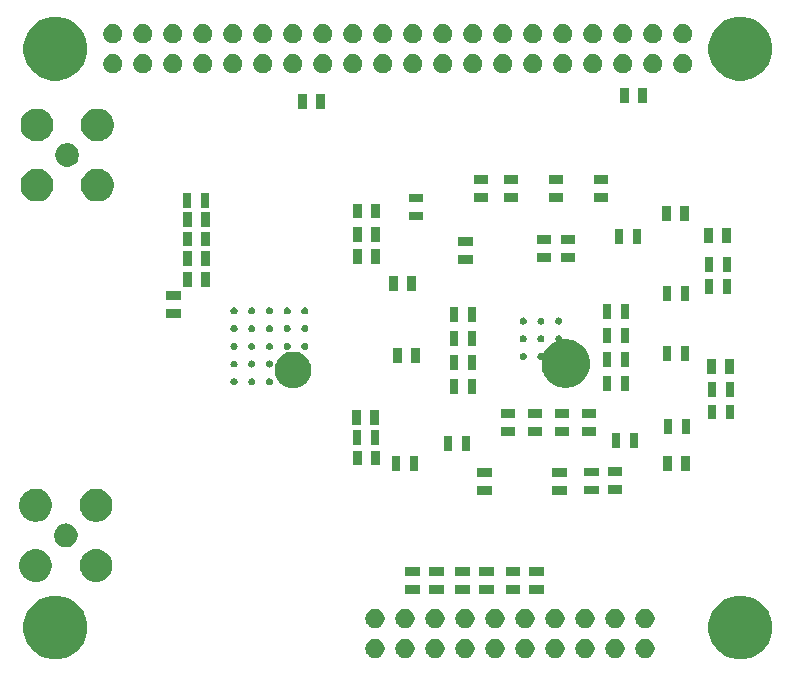
<source format=gbs>
%TF.GenerationSoftware,KiCad,Pcbnew,(5.1.6)-1*%
%TF.CreationDate,2020-10-01T20:42:35+02:00*%
%TF.ProjectId,Radioberry,52616469-6f62-4657-9272-792e6b696361,rev?*%
%TF.SameCoordinates,Original*%
%TF.FileFunction,Soldermask,Bot*%
%TF.FilePolarity,Negative*%
%FSLAX46Y46*%
G04 Gerber Fmt 4.6, Leading zero omitted, Abs format (unit mm)*
G04 Created by KiCad (PCBNEW (5.1.6)-1) date 2020-10-01 20:42:35*
%MOMM*%
%LPD*%
G01*
G04 APERTURE LIST*
%ADD10C,0.100000*%
G04 APERTURE END LIST*
D10*
G36*
X152287559Y-120903759D02*
G01*
X152287562Y-120903760D01*
X152287561Y-120903760D01*
X152778930Y-121107291D01*
X153221150Y-121402773D01*
X153597227Y-121778850D01*
X153892709Y-122221070D01*
X153944197Y-122345374D01*
X154096241Y-122712441D01*
X154200000Y-123234072D01*
X154200000Y-123765928D01*
X154096241Y-124287559D01*
X154096240Y-124287561D01*
X153892709Y-124778930D01*
X153597227Y-125221150D01*
X153221150Y-125597227D01*
X152778930Y-125892709D01*
X152397275Y-126050795D01*
X152287559Y-126096241D01*
X151765928Y-126200000D01*
X151234072Y-126200000D01*
X150712441Y-126096241D01*
X150602725Y-126050795D01*
X150221070Y-125892709D01*
X149778850Y-125597227D01*
X149402773Y-125221150D01*
X149107291Y-124778930D01*
X148903760Y-124287561D01*
X148903759Y-124287559D01*
X148800000Y-123765928D01*
X148800000Y-123234072D01*
X148903759Y-122712441D01*
X149055803Y-122345374D01*
X149107291Y-122221070D01*
X149402773Y-121778850D01*
X149778850Y-121402773D01*
X150221070Y-121107291D01*
X150712439Y-120903760D01*
X150712438Y-120903760D01*
X150712441Y-120903759D01*
X151234072Y-120800000D01*
X151765928Y-120800000D01*
X152287559Y-120903759D01*
G37*
G36*
X94287559Y-120903759D02*
G01*
X94287562Y-120903760D01*
X94287561Y-120903760D01*
X94778930Y-121107291D01*
X95221150Y-121402773D01*
X95597227Y-121778850D01*
X95892709Y-122221070D01*
X95944197Y-122345374D01*
X96096241Y-122712441D01*
X96200000Y-123234072D01*
X96200000Y-123765928D01*
X96096241Y-124287559D01*
X96096240Y-124287561D01*
X95892709Y-124778930D01*
X95597227Y-125221150D01*
X95221150Y-125597227D01*
X94778930Y-125892709D01*
X94397275Y-126050795D01*
X94287559Y-126096241D01*
X93765928Y-126200000D01*
X93234072Y-126200000D01*
X92712441Y-126096241D01*
X92602725Y-126050795D01*
X92221070Y-125892709D01*
X91778850Y-125597227D01*
X91402773Y-125221150D01*
X91107291Y-124778930D01*
X90903760Y-124287561D01*
X90903759Y-124287559D01*
X90800000Y-123765928D01*
X90800000Y-123234072D01*
X90903759Y-122712441D01*
X91055803Y-122345374D01*
X91107291Y-122221070D01*
X91402773Y-121778850D01*
X91778850Y-121402773D01*
X92221070Y-121107291D01*
X92712439Y-120903760D01*
X92712438Y-120903760D01*
X92712441Y-120903759D01*
X93234072Y-120800000D01*
X93765928Y-120800000D01*
X94287559Y-120903759D01*
G37*
G36*
X125886850Y-124489204D02*
G01*
X126034629Y-124550416D01*
X126133922Y-124616762D01*
X126167620Y-124639278D01*
X126280722Y-124752380D01*
X126280725Y-124752385D01*
X126369584Y-124885371D01*
X126430796Y-125033150D01*
X126462000Y-125190023D01*
X126462000Y-125349977D01*
X126430796Y-125506850D01*
X126369584Y-125654629D01*
X126303238Y-125753922D01*
X126280722Y-125787620D01*
X126167620Y-125900722D01*
X126133922Y-125923238D01*
X126034629Y-125989584D01*
X125886850Y-126050796D01*
X125729977Y-126082000D01*
X125570023Y-126082000D01*
X125413150Y-126050796D01*
X125265371Y-125989584D01*
X125166078Y-125923238D01*
X125132380Y-125900722D01*
X125019278Y-125787620D01*
X124996762Y-125753922D01*
X124930416Y-125654629D01*
X124869204Y-125506850D01*
X124838000Y-125349977D01*
X124838000Y-125190023D01*
X124869204Y-125033150D01*
X124930416Y-124885371D01*
X125019275Y-124752385D01*
X125019278Y-124752380D01*
X125132380Y-124639278D01*
X125166078Y-124616762D01*
X125265371Y-124550416D01*
X125413150Y-124489204D01*
X125570023Y-124458000D01*
X125729977Y-124458000D01*
X125886850Y-124489204D01*
G37*
G36*
X143666850Y-124489204D02*
G01*
X143814629Y-124550416D01*
X143913922Y-124616762D01*
X143947620Y-124639278D01*
X144060722Y-124752380D01*
X144060725Y-124752385D01*
X144149584Y-124885371D01*
X144210796Y-125033150D01*
X144242000Y-125190023D01*
X144242000Y-125349977D01*
X144210796Y-125506850D01*
X144149584Y-125654629D01*
X144083238Y-125753922D01*
X144060722Y-125787620D01*
X143947620Y-125900722D01*
X143913922Y-125923238D01*
X143814629Y-125989584D01*
X143666850Y-126050796D01*
X143509977Y-126082000D01*
X143350023Y-126082000D01*
X143193150Y-126050796D01*
X143045371Y-125989584D01*
X142946078Y-125923238D01*
X142912380Y-125900722D01*
X142799278Y-125787620D01*
X142776762Y-125753922D01*
X142710416Y-125654629D01*
X142649204Y-125506850D01*
X142618000Y-125349977D01*
X142618000Y-125190023D01*
X142649204Y-125033150D01*
X142710416Y-124885371D01*
X142799275Y-124752385D01*
X142799278Y-124752380D01*
X142912380Y-124639278D01*
X142946078Y-124616762D01*
X143045371Y-124550416D01*
X143193150Y-124489204D01*
X143350023Y-124458000D01*
X143509977Y-124458000D01*
X143666850Y-124489204D01*
G37*
G36*
X138586850Y-124489204D02*
G01*
X138734629Y-124550416D01*
X138833922Y-124616762D01*
X138867620Y-124639278D01*
X138980722Y-124752380D01*
X138980725Y-124752385D01*
X139069584Y-124885371D01*
X139130796Y-125033150D01*
X139162000Y-125190023D01*
X139162000Y-125349977D01*
X139130796Y-125506850D01*
X139069584Y-125654629D01*
X139003238Y-125753922D01*
X138980722Y-125787620D01*
X138867620Y-125900722D01*
X138833922Y-125923238D01*
X138734629Y-125989584D01*
X138586850Y-126050796D01*
X138429977Y-126082000D01*
X138270023Y-126082000D01*
X138113150Y-126050796D01*
X137965371Y-125989584D01*
X137866078Y-125923238D01*
X137832380Y-125900722D01*
X137719278Y-125787620D01*
X137696762Y-125753922D01*
X137630416Y-125654629D01*
X137569204Y-125506850D01*
X137538000Y-125349977D01*
X137538000Y-125190023D01*
X137569204Y-125033150D01*
X137630416Y-124885371D01*
X137719275Y-124752385D01*
X137719278Y-124752380D01*
X137832380Y-124639278D01*
X137866078Y-124616762D01*
X137965371Y-124550416D01*
X138113150Y-124489204D01*
X138270023Y-124458000D01*
X138429977Y-124458000D01*
X138586850Y-124489204D01*
G37*
G36*
X120806850Y-124489204D02*
G01*
X120954629Y-124550416D01*
X121053922Y-124616762D01*
X121087620Y-124639278D01*
X121200722Y-124752380D01*
X121200725Y-124752385D01*
X121289584Y-124885371D01*
X121350796Y-125033150D01*
X121382000Y-125190023D01*
X121382000Y-125349977D01*
X121350796Y-125506850D01*
X121289584Y-125654629D01*
X121223238Y-125753922D01*
X121200722Y-125787620D01*
X121087620Y-125900722D01*
X121053922Y-125923238D01*
X120954629Y-125989584D01*
X120806850Y-126050796D01*
X120649977Y-126082000D01*
X120490023Y-126082000D01*
X120333150Y-126050796D01*
X120185371Y-125989584D01*
X120086078Y-125923238D01*
X120052380Y-125900722D01*
X119939278Y-125787620D01*
X119916762Y-125753922D01*
X119850416Y-125654629D01*
X119789204Y-125506850D01*
X119758000Y-125349977D01*
X119758000Y-125190023D01*
X119789204Y-125033150D01*
X119850416Y-124885371D01*
X119939275Y-124752385D01*
X119939278Y-124752380D01*
X120052380Y-124639278D01*
X120086078Y-124616762D01*
X120185371Y-124550416D01*
X120333150Y-124489204D01*
X120490023Y-124458000D01*
X120649977Y-124458000D01*
X120806850Y-124489204D01*
G37*
G36*
X136046850Y-124489204D02*
G01*
X136194629Y-124550416D01*
X136293922Y-124616762D01*
X136327620Y-124639278D01*
X136440722Y-124752380D01*
X136440725Y-124752385D01*
X136529584Y-124885371D01*
X136590796Y-125033150D01*
X136622000Y-125190023D01*
X136622000Y-125349977D01*
X136590796Y-125506850D01*
X136529584Y-125654629D01*
X136463238Y-125753922D01*
X136440722Y-125787620D01*
X136327620Y-125900722D01*
X136293922Y-125923238D01*
X136194629Y-125989584D01*
X136046850Y-126050796D01*
X135889977Y-126082000D01*
X135730023Y-126082000D01*
X135573150Y-126050796D01*
X135425371Y-125989584D01*
X135326078Y-125923238D01*
X135292380Y-125900722D01*
X135179278Y-125787620D01*
X135156762Y-125753922D01*
X135090416Y-125654629D01*
X135029204Y-125506850D01*
X134998000Y-125349977D01*
X134998000Y-125190023D01*
X135029204Y-125033150D01*
X135090416Y-124885371D01*
X135179275Y-124752385D01*
X135179278Y-124752380D01*
X135292380Y-124639278D01*
X135326078Y-124616762D01*
X135425371Y-124550416D01*
X135573150Y-124489204D01*
X135730023Y-124458000D01*
X135889977Y-124458000D01*
X136046850Y-124489204D01*
G37*
G36*
X141126850Y-124489204D02*
G01*
X141274629Y-124550416D01*
X141373922Y-124616762D01*
X141407620Y-124639278D01*
X141520722Y-124752380D01*
X141520725Y-124752385D01*
X141609584Y-124885371D01*
X141670796Y-125033150D01*
X141702000Y-125190023D01*
X141702000Y-125349977D01*
X141670796Y-125506850D01*
X141609584Y-125654629D01*
X141543238Y-125753922D01*
X141520722Y-125787620D01*
X141407620Y-125900722D01*
X141373922Y-125923238D01*
X141274629Y-125989584D01*
X141126850Y-126050796D01*
X140969977Y-126082000D01*
X140810023Y-126082000D01*
X140653150Y-126050796D01*
X140505371Y-125989584D01*
X140406078Y-125923238D01*
X140372380Y-125900722D01*
X140259278Y-125787620D01*
X140236762Y-125753922D01*
X140170416Y-125654629D01*
X140109204Y-125506850D01*
X140078000Y-125349977D01*
X140078000Y-125190023D01*
X140109204Y-125033150D01*
X140170416Y-124885371D01*
X140259275Y-124752385D01*
X140259278Y-124752380D01*
X140372380Y-124639278D01*
X140406078Y-124616762D01*
X140505371Y-124550416D01*
X140653150Y-124489204D01*
X140810023Y-124458000D01*
X140969977Y-124458000D01*
X141126850Y-124489204D01*
G37*
G36*
X130966850Y-124489204D02*
G01*
X131114629Y-124550416D01*
X131213922Y-124616762D01*
X131247620Y-124639278D01*
X131360722Y-124752380D01*
X131360725Y-124752385D01*
X131449584Y-124885371D01*
X131510796Y-125033150D01*
X131542000Y-125190023D01*
X131542000Y-125349977D01*
X131510796Y-125506850D01*
X131449584Y-125654629D01*
X131383238Y-125753922D01*
X131360722Y-125787620D01*
X131247620Y-125900722D01*
X131213922Y-125923238D01*
X131114629Y-125989584D01*
X130966850Y-126050796D01*
X130809977Y-126082000D01*
X130650023Y-126082000D01*
X130493150Y-126050796D01*
X130345371Y-125989584D01*
X130246078Y-125923238D01*
X130212380Y-125900722D01*
X130099278Y-125787620D01*
X130076762Y-125753922D01*
X130010416Y-125654629D01*
X129949204Y-125506850D01*
X129918000Y-125349977D01*
X129918000Y-125190023D01*
X129949204Y-125033150D01*
X130010416Y-124885371D01*
X130099275Y-124752385D01*
X130099278Y-124752380D01*
X130212380Y-124639278D01*
X130246078Y-124616762D01*
X130345371Y-124550416D01*
X130493150Y-124489204D01*
X130650023Y-124458000D01*
X130809977Y-124458000D01*
X130966850Y-124489204D01*
G37*
G36*
X133506850Y-124489204D02*
G01*
X133654629Y-124550416D01*
X133753922Y-124616762D01*
X133787620Y-124639278D01*
X133900722Y-124752380D01*
X133900725Y-124752385D01*
X133989584Y-124885371D01*
X134050796Y-125033150D01*
X134082000Y-125190023D01*
X134082000Y-125349977D01*
X134050796Y-125506850D01*
X133989584Y-125654629D01*
X133923238Y-125753922D01*
X133900722Y-125787620D01*
X133787620Y-125900722D01*
X133753922Y-125923238D01*
X133654629Y-125989584D01*
X133506850Y-126050796D01*
X133349977Y-126082000D01*
X133190023Y-126082000D01*
X133033150Y-126050796D01*
X132885371Y-125989584D01*
X132786078Y-125923238D01*
X132752380Y-125900722D01*
X132639278Y-125787620D01*
X132616762Y-125753922D01*
X132550416Y-125654629D01*
X132489204Y-125506850D01*
X132458000Y-125349977D01*
X132458000Y-125190023D01*
X132489204Y-125033150D01*
X132550416Y-124885371D01*
X132639275Y-124752385D01*
X132639278Y-124752380D01*
X132752380Y-124639278D01*
X132786078Y-124616762D01*
X132885371Y-124550416D01*
X133033150Y-124489204D01*
X133190023Y-124458000D01*
X133349977Y-124458000D01*
X133506850Y-124489204D01*
G37*
G36*
X128426850Y-124489204D02*
G01*
X128574629Y-124550416D01*
X128673922Y-124616762D01*
X128707620Y-124639278D01*
X128820722Y-124752380D01*
X128820725Y-124752385D01*
X128909584Y-124885371D01*
X128970796Y-125033150D01*
X129002000Y-125190023D01*
X129002000Y-125349977D01*
X128970796Y-125506850D01*
X128909584Y-125654629D01*
X128843238Y-125753922D01*
X128820722Y-125787620D01*
X128707620Y-125900722D01*
X128673922Y-125923238D01*
X128574629Y-125989584D01*
X128426850Y-126050796D01*
X128269977Y-126082000D01*
X128110023Y-126082000D01*
X127953150Y-126050796D01*
X127805371Y-125989584D01*
X127706078Y-125923238D01*
X127672380Y-125900722D01*
X127559278Y-125787620D01*
X127536762Y-125753922D01*
X127470416Y-125654629D01*
X127409204Y-125506850D01*
X127378000Y-125349977D01*
X127378000Y-125190023D01*
X127409204Y-125033150D01*
X127470416Y-124885371D01*
X127559275Y-124752385D01*
X127559278Y-124752380D01*
X127672380Y-124639278D01*
X127706078Y-124616762D01*
X127805371Y-124550416D01*
X127953150Y-124489204D01*
X128110023Y-124458000D01*
X128269977Y-124458000D01*
X128426850Y-124489204D01*
G37*
G36*
X123346850Y-124489204D02*
G01*
X123494629Y-124550416D01*
X123593922Y-124616762D01*
X123627620Y-124639278D01*
X123740722Y-124752380D01*
X123740725Y-124752385D01*
X123829584Y-124885371D01*
X123890796Y-125033150D01*
X123922000Y-125190023D01*
X123922000Y-125349977D01*
X123890796Y-125506850D01*
X123829584Y-125654629D01*
X123763238Y-125753922D01*
X123740722Y-125787620D01*
X123627620Y-125900722D01*
X123593922Y-125923238D01*
X123494629Y-125989584D01*
X123346850Y-126050796D01*
X123189977Y-126082000D01*
X123030023Y-126082000D01*
X122873150Y-126050796D01*
X122725371Y-125989584D01*
X122626078Y-125923238D01*
X122592380Y-125900722D01*
X122479278Y-125787620D01*
X122456762Y-125753922D01*
X122390416Y-125654629D01*
X122329204Y-125506850D01*
X122298000Y-125349977D01*
X122298000Y-125190023D01*
X122329204Y-125033150D01*
X122390416Y-124885371D01*
X122479275Y-124752385D01*
X122479278Y-124752380D01*
X122592380Y-124639278D01*
X122626078Y-124616762D01*
X122725371Y-124550416D01*
X122873150Y-124489204D01*
X123030023Y-124458000D01*
X123189977Y-124458000D01*
X123346850Y-124489204D01*
G37*
G36*
X143666850Y-121949204D02*
G01*
X143814629Y-122010416D01*
X143913922Y-122076762D01*
X143947620Y-122099278D01*
X144060722Y-122212380D01*
X144060725Y-122212385D01*
X144149584Y-122345371D01*
X144210796Y-122493150D01*
X144242000Y-122650023D01*
X144242000Y-122809977D01*
X144210796Y-122966850D01*
X144149584Y-123114629D01*
X144083238Y-123213922D01*
X144060722Y-123247620D01*
X143947620Y-123360722D01*
X143913922Y-123383238D01*
X143814629Y-123449584D01*
X143666850Y-123510796D01*
X143509977Y-123542000D01*
X143350023Y-123542000D01*
X143193150Y-123510796D01*
X143045371Y-123449584D01*
X142946078Y-123383238D01*
X142912380Y-123360722D01*
X142799278Y-123247620D01*
X142776762Y-123213922D01*
X142710416Y-123114629D01*
X142649204Y-122966850D01*
X142618000Y-122809977D01*
X142618000Y-122650023D01*
X142649204Y-122493150D01*
X142710416Y-122345371D01*
X142799275Y-122212385D01*
X142799278Y-122212380D01*
X142912380Y-122099278D01*
X142946078Y-122076762D01*
X143045371Y-122010416D01*
X143193150Y-121949204D01*
X143350023Y-121918000D01*
X143509977Y-121918000D01*
X143666850Y-121949204D01*
G37*
G36*
X120806850Y-121949204D02*
G01*
X120954629Y-122010416D01*
X121053922Y-122076762D01*
X121087620Y-122099278D01*
X121200722Y-122212380D01*
X121200725Y-122212385D01*
X121289584Y-122345371D01*
X121350796Y-122493150D01*
X121382000Y-122650023D01*
X121382000Y-122809977D01*
X121350796Y-122966850D01*
X121289584Y-123114629D01*
X121223238Y-123213922D01*
X121200722Y-123247620D01*
X121087620Y-123360722D01*
X121053922Y-123383238D01*
X120954629Y-123449584D01*
X120806850Y-123510796D01*
X120649977Y-123542000D01*
X120490023Y-123542000D01*
X120333150Y-123510796D01*
X120185371Y-123449584D01*
X120086078Y-123383238D01*
X120052380Y-123360722D01*
X119939278Y-123247620D01*
X119916762Y-123213922D01*
X119850416Y-123114629D01*
X119789204Y-122966850D01*
X119758000Y-122809977D01*
X119758000Y-122650023D01*
X119789204Y-122493150D01*
X119850416Y-122345371D01*
X119939275Y-122212385D01*
X119939278Y-122212380D01*
X120052380Y-122099278D01*
X120086078Y-122076762D01*
X120185371Y-122010416D01*
X120333150Y-121949204D01*
X120490023Y-121918000D01*
X120649977Y-121918000D01*
X120806850Y-121949204D01*
G37*
G36*
X123346850Y-121949204D02*
G01*
X123494629Y-122010416D01*
X123593922Y-122076762D01*
X123627620Y-122099278D01*
X123740722Y-122212380D01*
X123740725Y-122212385D01*
X123829584Y-122345371D01*
X123890796Y-122493150D01*
X123922000Y-122650023D01*
X123922000Y-122809977D01*
X123890796Y-122966850D01*
X123829584Y-123114629D01*
X123763238Y-123213922D01*
X123740722Y-123247620D01*
X123627620Y-123360722D01*
X123593922Y-123383238D01*
X123494629Y-123449584D01*
X123346850Y-123510796D01*
X123189977Y-123542000D01*
X123030023Y-123542000D01*
X122873150Y-123510796D01*
X122725371Y-123449584D01*
X122626078Y-123383238D01*
X122592380Y-123360722D01*
X122479278Y-123247620D01*
X122456762Y-123213922D01*
X122390416Y-123114629D01*
X122329204Y-122966850D01*
X122298000Y-122809977D01*
X122298000Y-122650023D01*
X122329204Y-122493150D01*
X122390416Y-122345371D01*
X122479275Y-122212385D01*
X122479278Y-122212380D01*
X122592380Y-122099278D01*
X122626078Y-122076762D01*
X122725371Y-122010416D01*
X122873150Y-121949204D01*
X123030023Y-121918000D01*
X123189977Y-121918000D01*
X123346850Y-121949204D01*
G37*
G36*
X125886850Y-121949204D02*
G01*
X126034629Y-122010416D01*
X126133922Y-122076762D01*
X126167620Y-122099278D01*
X126280722Y-122212380D01*
X126280725Y-122212385D01*
X126369584Y-122345371D01*
X126430796Y-122493150D01*
X126462000Y-122650023D01*
X126462000Y-122809977D01*
X126430796Y-122966850D01*
X126369584Y-123114629D01*
X126303238Y-123213922D01*
X126280722Y-123247620D01*
X126167620Y-123360722D01*
X126133922Y-123383238D01*
X126034629Y-123449584D01*
X125886850Y-123510796D01*
X125729977Y-123542000D01*
X125570023Y-123542000D01*
X125413150Y-123510796D01*
X125265371Y-123449584D01*
X125166078Y-123383238D01*
X125132380Y-123360722D01*
X125019278Y-123247620D01*
X124996762Y-123213922D01*
X124930416Y-123114629D01*
X124869204Y-122966850D01*
X124838000Y-122809977D01*
X124838000Y-122650023D01*
X124869204Y-122493150D01*
X124930416Y-122345371D01*
X125019275Y-122212385D01*
X125019278Y-122212380D01*
X125132380Y-122099278D01*
X125166078Y-122076762D01*
X125265371Y-122010416D01*
X125413150Y-121949204D01*
X125570023Y-121918000D01*
X125729977Y-121918000D01*
X125886850Y-121949204D01*
G37*
G36*
X128426850Y-121949204D02*
G01*
X128574629Y-122010416D01*
X128673922Y-122076762D01*
X128707620Y-122099278D01*
X128820722Y-122212380D01*
X128820725Y-122212385D01*
X128909584Y-122345371D01*
X128970796Y-122493150D01*
X129002000Y-122650023D01*
X129002000Y-122809977D01*
X128970796Y-122966850D01*
X128909584Y-123114629D01*
X128843238Y-123213922D01*
X128820722Y-123247620D01*
X128707620Y-123360722D01*
X128673922Y-123383238D01*
X128574629Y-123449584D01*
X128426850Y-123510796D01*
X128269977Y-123542000D01*
X128110023Y-123542000D01*
X127953150Y-123510796D01*
X127805371Y-123449584D01*
X127706078Y-123383238D01*
X127672380Y-123360722D01*
X127559278Y-123247620D01*
X127536762Y-123213922D01*
X127470416Y-123114629D01*
X127409204Y-122966850D01*
X127378000Y-122809977D01*
X127378000Y-122650023D01*
X127409204Y-122493150D01*
X127470416Y-122345371D01*
X127559275Y-122212385D01*
X127559278Y-122212380D01*
X127672380Y-122099278D01*
X127706078Y-122076762D01*
X127805371Y-122010416D01*
X127953150Y-121949204D01*
X128110023Y-121918000D01*
X128269977Y-121918000D01*
X128426850Y-121949204D01*
G37*
G36*
X130966850Y-121949204D02*
G01*
X131114629Y-122010416D01*
X131213922Y-122076762D01*
X131247620Y-122099278D01*
X131360722Y-122212380D01*
X131360725Y-122212385D01*
X131449584Y-122345371D01*
X131510796Y-122493150D01*
X131542000Y-122650023D01*
X131542000Y-122809977D01*
X131510796Y-122966850D01*
X131449584Y-123114629D01*
X131383238Y-123213922D01*
X131360722Y-123247620D01*
X131247620Y-123360722D01*
X131213922Y-123383238D01*
X131114629Y-123449584D01*
X130966850Y-123510796D01*
X130809977Y-123542000D01*
X130650023Y-123542000D01*
X130493150Y-123510796D01*
X130345371Y-123449584D01*
X130246078Y-123383238D01*
X130212380Y-123360722D01*
X130099278Y-123247620D01*
X130076762Y-123213922D01*
X130010416Y-123114629D01*
X129949204Y-122966850D01*
X129918000Y-122809977D01*
X129918000Y-122650023D01*
X129949204Y-122493150D01*
X130010416Y-122345371D01*
X130099275Y-122212385D01*
X130099278Y-122212380D01*
X130212380Y-122099278D01*
X130246078Y-122076762D01*
X130345371Y-122010416D01*
X130493150Y-121949204D01*
X130650023Y-121918000D01*
X130809977Y-121918000D01*
X130966850Y-121949204D01*
G37*
G36*
X133506850Y-121949204D02*
G01*
X133654629Y-122010416D01*
X133753922Y-122076762D01*
X133787620Y-122099278D01*
X133900722Y-122212380D01*
X133900725Y-122212385D01*
X133989584Y-122345371D01*
X134050796Y-122493150D01*
X134082000Y-122650023D01*
X134082000Y-122809977D01*
X134050796Y-122966850D01*
X133989584Y-123114629D01*
X133923238Y-123213922D01*
X133900722Y-123247620D01*
X133787620Y-123360722D01*
X133753922Y-123383238D01*
X133654629Y-123449584D01*
X133506850Y-123510796D01*
X133349977Y-123542000D01*
X133190023Y-123542000D01*
X133033150Y-123510796D01*
X132885371Y-123449584D01*
X132786078Y-123383238D01*
X132752380Y-123360722D01*
X132639278Y-123247620D01*
X132616762Y-123213922D01*
X132550416Y-123114629D01*
X132489204Y-122966850D01*
X132458000Y-122809977D01*
X132458000Y-122650023D01*
X132489204Y-122493150D01*
X132550416Y-122345371D01*
X132639275Y-122212385D01*
X132639278Y-122212380D01*
X132752380Y-122099278D01*
X132786078Y-122076762D01*
X132885371Y-122010416D01*
X133033150Y-121949204D01*
X133190023Y-121918000D01*
X133349977Y-121918000D01*
X133506850Y-121949204D01*
G37*
G36*
X136046850Y-121949204D02*
G01*
X136194629Y-122010416D01*
X136293922Y-122076762D01*
X136327620Y-122099278D01*
X136440722Y-122212380D01*
X136440725Y-122212385D01*
X136529584Y-122345371D01*
X136590796Y-122493150D01*
X136622000Y-122650023D01*
X136622000Y-122809977D01*
X136590796Y-122966850D01*
X136529584Y-123114629D01*
X136463238Y-123213922D01*
X136440722Y-123247620D01*
X136327620Y-123360722D01*
X136293922Y-123383238D01*
X136194629Y-123449584D01*
X136046850Y-123510796D01*
X135889977Y-123542000D01*
X135730023Y-123542000D01*
X135573150Y-123510796D01*
X135425371Y-123449584D01*
X135326078Y-123383238D01*
X135292380Y-123360722D01*
X135179278Y-123247620D01*
X135156762Y-123213922D01*
X135090416Y-123114629D01*
X135029204Y-122966850D01*
X134998000Y-122809977D01*
X134998000Y-122650023D01*
X135029204Y-122493150D01*
X135090416Y-122345371D01*
X135179275Y-122212385D01*
X135179278Y-122212380D01*
X135292380Y-122099278D01*
X135326078Y-122076762D01*
X135425371Y-122010416D01*
X135573150Y-121949204D01*
X135730023Y-121918000D01*
X135889977Y-121918000D01*
X136046850Y-121949204D01*
G37*
G36*
X138586850Y-121949204D02*
G01*
X138734629Y-122010416D01*
X138833922Y-122076762D01*
X138867620Y-122099278D01*
X138980722Y-122212380D01*
X138980725Y-122212385D01*
X139069584Y-122345371D01*
X139130796Y-122493150D01*
X139162000Y-122650023D01*
X139162000Y-122809977D01*
X139130796Y-122966850D01*
X139069584Y-123114629D01*
X139003238Y-123213922D01*
X138980722Y-123247620D01*
X138867620Y-123360722D01*
X138833922Y-123383238D01*
X138734629Y-123449584D01*
X138586850Y-123510796D01*
X138429977Y-123542000D01*
X138270023Y-123542000D01*
X138113150Y-123510796D01*
X137965371Y-123449584D01*
X137866078Y-123383238D01*
X137832380Y-123360722D01*
X137719278Y-123247620D01*
X137696762Y-123213922D01*
X137630416Y-123114629D01*
X137569204Y-122966850D01*
X137538000Y-122809977D01*
X137538000Y-122650023D01*
X137569204Y-122493150D01*
X137630416Y-122345371D01*
X137719275Y-122212385D01*
X137719278Y-122212380D01*
X137832380Y-122099278D01*
X137866078Y-122076762D01*
X137965371Y-122010416D01*
X138113150Y-121949204D01*
X138270023Y-121918000D01*
X138429977Y-121918000D01*
X138586850Y-121949204D01*
G37*
G36*
X141126850Y-121949204D02*
G01*
X141274629Y-122010416D01*
X141373922Y-122076762D01*
X141407620Y-122099278D01*
X141520722Y-122212380D01*
X141520725Y-122212385D01*
X141609584Y-122345371D01*
X141670796Y-122493150D01*
X141702000Y-122650023D01*
X141702000Y-122809977D01*
X141670796Y-122966850D01*
X141609584Y-123114629D01*
X141543238Y-123213922D01*
X141520722Y-123247620D01*
X141407620Y-123360722D01*
X141373922Y-123383238D01*
X141274629Y-123449584D01*
X141126850Y-123510796D01*
X140969977Y-123542000D01*
X140810023Y-123542000D01*
X140653150Y-123510796D01*
X140505371Y-123449584D01*
X140406078Y-123383238D01*
X140372380Y-123360722D01*
X140259278Y-123247620D01*
X140236762Y-123213922D01*
X140170416Y-123114629D01*
X140109204Y-122966850D01*
X140078000Y-122809977D01*
X140078000Y-122650023D01*
X140109204Y-122493150D01*
X140170416Y-122345371D01*
X140259275Y-122212385D01*
X140259278Y-122212380D01*
X140372380Y-122099278D01*
X140406078Y-122076762D01*
X140505371Y-122010416D01*
X140653150Y-121949204D01*
X140810023Y-121918000D01*
X140969977Y-121918000D01*
X141126850Y-121949204D01*
G37*
G36*
X134871500Y-120629500D02*
G01*
X133628500Y-120629500D01*
X133628500Y-119894500D01*
X134871500Y-119894500D01*
X134871500Y-120629500D01*
G37*
G36*
X124371500Y-120629500D02*
G01*
X123128500Y-120629500D01*
X123128500Y-119894500D01*
X124371500Y-119894500D01*
X124371500Y-120629500D01*
G37*
G36*
X126371500Y-120629500D02*
G01*
X125128500Y-120629500D01*
X125128500Y-119894500D01*
X126371500Y-119894500D01*
X126371500Y-120629500D01*
G37*
G36*
X128621500Y-120629500D02*
G01*
X127378500Y-120629500D01*
X127378500Y-119894500D01*
X128621500Y-119894500D01*
X128621500Y-120629500D01*
G37*
G36*
X130621500Y-120629500D02*
G01*
X129378500Y-120629500D01*
X129378500Y-119894500D01*
X130621500Y-119894500D01*
X130621500Y-120629500D01*
G37*
G36*
X132871500Y-120629500D02*
G01*
X131628500Y-120629500D01*
X131628500Y-119894500D01*
X132871500Y-119894500D01*
X132871500Y-120629500D01*
G37*
G36*
X97175259Y-116884122D02*
G01*
X97353452Y-116919567D01*
X97605233Y-117023858D01*
X97831830Y-117175266D01*
X98024534Y-117367970D01*
X98175942Y-117594567D01*
X98280233Y-117846348D01*
X98333400Y-118113637D01*
X98333400Y-118386163D01*
X98280233Y-118653452D01*
X98175942Y-118905233D01*
X98024534Y-119131830D01*
X97831830Y-119324534D01*
X97605233Y-119475942D01*
X97353452Y-119580233D01*
X97175259Y-119615678D01*
X97086164Y-119633400D01*
X96813636Y-119633400D01*
X96724541Y-119615678D01*
X96546348Y-119580233D01*
X96294567Y-119475942D01*
X96067970Y-119324534D01*
X95875266Y-119131830D01*
X95723858Y-118905233D01*
X95619567Y-118653452D01*
X95566400Y-118386163D01*
X95566400Y-118113637D01*
X95619567Y-117846348D01*
X95723858Y-117594567D01*
X95875266Y-117367970D01*
X96067970Y-117175266D01*
X96294567Y-117023858D01*
X96546348Y-116919567D01*
X96724541Y-116884122D01*
X96813636Y-116866400D01*
X97086164Y-116866400D01*
X97175259Y-116884122D01*
G37*
G36*
X92075459Y-116884122D02*
G01*
X92253652Y-116919567D01*
X92505433Y-117023858D01*
X92732030Y-117175266D01*
X92924734Y-117367970D01*
X93076142Y-117594567D01*
X93180433Y-117846348D01*
X93233600Y-118113637D01*
X93233600Y-118386163D01*
X93180433Y-118653452D01*
X93076142Y-118905233D01*
X92924734Y-119131830D01*
X92732030Y-119324534D01*
X92505433Y-119475942D01*
X92253652Y-119580233D01*
X92075459Y-119615678D01*
X91986364Y-119633400D01*
X91713836Y-119633400D01*
X91624741Y-119615678D01*
X91446548Y-119580233D01*
X91194767Y-119475942D01*
X90968170Y-119324534D01*
X90775466Y-119131830D01*
X90624058Y-118905233D01*
X90519767Y-118653452D01*
X90466600Y-118386163D01*
X90466600Y-118113637D01*
X90519767Y-117846348D01*
X90624058Y-117594567D01*
X90775466Y-117367970D01*
X90968170Y-117175266D01*
X91194767Y-117023858D01*
X91446548Y-116919567D01*
X91624741Y-116884122D01*
X91713836Y-116866400D01*
X91986364Y-116866400D01*
X92075459Y-116884122D01*
G37*
G36*
X130621500Y-119105500D02*
G01*
X129378500Y-119105500D01*
X129378500Y-118370500D01*
X130621500Y-118370500D01*
X130621500Y-119105500D01*
G37*
G36*
X134871500Y-119105500D02*
G01*
X133628500Y-119105500D01*
X133628500Y-118370500D01*
X134871500Y-118370500D01*
X134871500Y-119105500D01*
G37*
G36*
X132871500Y-119105500D02*
G01*
X131628500Y-119105500D01*
X131628500Y-118370500D01*
X132871500Y-118370500D01*
X132871500Y-119105500D01*
G37*
G36*
X124371500Y-119105500D02*
G01*
X123128500Y-119105500D01*
X123128500Y-118370500D01*
X124371500Y-118370500D01*
X124371500Y-119105500D01*
G37*
G36*
X128621500Y-119105500D02*
G01*
X127378500Y-119105500D01*
X127378500Y-118370500D01*
X128621500Y-118370500D01*
X128621500Y-119105500D01*
G37*
G36*
X126371500Y-119105500D02*
G01*
X125128500Y-119105500D01*
X125128500Y-118370500D01*
X126371500Y-118370500D01*
X126371500Y-119105500D01*
G37*
G36*
X94563298Y-114710342D02*
G01*
X94692419Y-114736025D01*
X94874862Y-114811596D01*
X95039057Y-114921307D01*
X95178693Y-115060943D01*
X95288404Y-115225138D01*
X95363975Y-115407581D01*
X95402500Y-115601262D01*
X95402500Y-115798738D01*
X95363975Y-115992419D01*
X95288404Y-116174862D01*
X95178693Y-116339057D01*
X95039057Y-116478693D01*
X94874862Y-116588404D01*
X94692419Y-116663975D01*
X94563298Y-116689658D01*
X94498739Y-116702500D01*
X94301261Y-116702500D01*
X94236702Y-116689658D01*
X94107581Y-116663975D01*
X93925138Y-116588404D01*
X93760943Y-116478693D01*
X93621307Y-116339057D01*
X93511596Y-116174862D01*
X93436025Y-115992419D01*
X93397500Y-115798738D01*
X93397500Y-115601262D01*
X93436025Y-115407581D01*
X93511596Y-115225138D01*
X93621307Y-115060943D01*
X93760943Y-114921307D01*
X93925138Y-114811596D01*
X94107581Y-114736025D01*
X94236702Y-114710342D01*
X94301261Y-114697500D01*
X94498739Y-114697500D01*
X94563298Y-114710342D01*
G37*
G36*
X97175259Y-111784322D02*
G01*
X97353452Y-111819767D01*
X97605233Y-111924058D01*
X97831830Y-112075466D01*
X98024534Y-112268170D01*
X98175942Y-112494767D01*
X98280233Y-112746548D01*
X98333400Y-113013837D01*
X98333400Y-113286363D01*
X98280233Y-113553652D01*
X98175942Y-113805433D01*
X98024534Y-114032030D01*
X97831830Y-114224734D01*
X97605233Y-114376142D01*
X97353452Y-114480433D01*
X97175259Y-114515878D01*
X97086164Y-114533600D01*
X96813636Y-114533600D01*
X96724541Y-114515878D01*
X96546348Y-114480433D01*
X96294567Y-114376142D01*
X96067970Y-114224734D01*
X95875266Y-114032030D01*
X95723858Y-113805433D01*
X95619567Y-113553652D01*
X95566400Y-113286363D01*
X95566400Y-113013837D01*
X95619567Y-112746548D01*
X95723858Y-112494767D01*
X95875266Y-112268170D01*
X96067970Y-112075466D01*
X96294567Y-111924058D01*
X96546348Y-111819767D01*
X96724541Y-111784322D01*
X96813636Y-111766600D01*
X97086164Y-111766600D01*
X97175259Y-111784322D01*
G37*
G36*
X92075459Y-111784322D02*
G01*
X92253652Y-111819767D01*
X92505433Y-111924058D01*
X92732030Y-112075466D01*
X92924734Y-112268170D01*
X93076142Y-112494767D01*
X93180433Y-112746548D01*
X93233600Y-113013837D01*
X93233600Y-113286363D01*
X93180433Y-113553652D01*
X93076142Y-113805433D01*
X92924734Y-114032030D01*
X92732030Y-114224734D01*
X92505433Y-114376142D01*
X92253652Y-114480433D01*
X92075459Y-114515878D01*
X91986364Y-114533600D01*
X91713836Y-114533600D01*
X91624741Y-114515878D01*
X91446548Y-114480433D01*
X91194767Y-114376142D01*
X90968170Y-114224734D01*
X90775466Y-114032030D01*
X90624058Y-113805433D01*
X90519767Y-113553652D01*
X90466600Y-113286363D01*
X90466600Y-113013837D01*
X90519767Y-112746548D01*
X90624058Y-112494767D01*
X90775466Y-112268170D01*
X90968170Y-112075466D01*
X91194767Y-111924058D01*
X91446548Y-111819767D01*
X91624741Y-111784322D01*
X91713836Y-111766600D01*
X91986364Y-111766600D01*
X92075459Y-111784322D01*
G37*
G36*
X130451500Y-112279500D02*
G01*
X129208500Y-112279500D01*
X129208500Y-111544500D01*
X130451500Y-111544500D01*
X130451500Y-112279500D01*
G37*
G36*
X136831500Y-112269500D02*
G01*
X135588500Y-112269500D01*
X135588500Y-111534500D01*
X136831500Y-111534500D01*
X136831500Y-112269500D01*
G37*
G36*
X139501500Y-112229500D02*
G01*
X138258500Y-112229500D01*
X138258500Y-111494500D01*
X139501500Y-111494500D01*
X139501500Y-112229500D01*
G37*
G36*
X141511500Y-112199500D02*
G01*
X140268500Y-112199500D01*
X140268500Y-111464500D01*
X141511500Y-111464500D01*
X141511500Y-112199500D01*
G37*
G36*
X130451500Y-110755500D02*
G01*
X129208500Y-110755500D01*
X129208500Y-110020500D01*
X130451500Y-110020500D01*
X130451500Y-110755500D01*
G37*
G36*
X136831500Y-110745500D02*
G01*
X135588500Y-110745500D01*
X135588500Y-110010500D01*
X136831500Y-110010500D01*
X136831500Y-110745500D01*
G37*
G36*
X139501500Y-110705500D02*
G01*
X138258500Y-110705500D01*
X138258500Y-109970500D01*
X139501500Y-109970500D01*
X139501500Y-110705500D01*
G37*
G36*
X141511500Y-110675500D02*
G01*
X140268500Y-110675500D01*
X140268500Y-109940500D01*
X141511500Y-109940500D01*
X141511500Y-110675500D01*
G37*
G36*
X147229500Y-110271500D02*
G01*
X146494500Y-110271500D01*
X146494500Y-109028500D01*
X147229500Y-109028500D01*
X147229500Y-110271500D01*
G37*
G36*
X122705500Y-110271500D02*
G01*
X121970500Y-110271500D01*
X121970500Y-109028500D01*
X122705500Y-109028500D01*
X122705500Y-110271500D01*
G37*
G36*
X124229500Y-110271500D02*
G01*
X123494500Y-110271500D01*
X123494500Y-109028500D01*
X124229500Y-109028500D01*
X124229500Y-110271500D01*
G37*
G36*
X145705500Y-110271500D02*
G01*
X144970500Y-110271500D01*
X144970500Y-109028500D01*
X145705500Y-109028500D01*
X145705500Y-110271500D01*
G37*
G36*
X120989500Y-109781500D02*
G01*
X120254500Y-109781500D01*
X120254500Y-108538500D01*
X120989500Y-108538500D01*
X120989500Y-109781500D01*
G37*
G36*
X119465500Y-109781500D02*
G01*
X118730500Y-109781500D01*
X118730500Y-108538500D01*
X119465500Y-108538500D01*
X119465500Y-109781500D01*
G37*
G36*
X127113500Y-108571500D02*
G01*
X126378500Y-108571500D01*
X126378500Y-107328500D01*
X127113500Y-107328500D01*
X127113500Y-108571500D01*
G37*
G36*
X128637500Y-108571500D02*
G01*
X127902500Y-108571500D01*
X127902500Y-107328500D01*
X128637500Y-107328500D01*
X128637500Y-108571500D01*
G37*
G36*
X141337500Y-108317500D02*
G01*
X140602500Y-108317500D01*
X140602500Y-107074500D01*
X141337500Y-107074500D01*
X141337500Y-108317500D01*
G37*
G36*
X142861500Y-108317500D02*
G01*
X142126500Y-108317500D01*
X142126500Y-107074500D01*
X142861500Y-107074500D01*
X142861500Y-108317500D01*
G37*
G36*
X120949500Y-108051500D02*
G01*
X120214500Y-108051500D01*
X120214500Y-106808500D01*
X120949500Y-106808500D01*
X120949500Y-108051500D01*
G37*
G36*
X119425500Y-108051500D02*
G01*
X118690500Y-108051500D01*
X118690500Y-106808500D01*
X119425500Y-106808500D01*
X119425500Y-108051500D01*
G37*
G36*
X139305500Y-107301500D02*
G01*
X138062500Y-107301500D01*
X138062500Y-106566500D01*
X139305500Y-106566500D01*
X139305500Y-107301500D01*
G37*
G36*
X137019500Y-107301500D02*
G01*
X135776500Y-107301500D01*
X135776500Y-106566500D01*
X137019500Y-106566500D01*
X137019500Y-107301500D01*
G37*
G36*
X134733500Y-107301500D02*
G01*
X133490500Y-107301500D01*
X133490500Y-106566500D01*
X134733500Y-106566500D01*
X134733500Y-107301500D01*
G37*
G36*
X132447500Y-107301500D02*
G01*
X131204500Y-107301500D01*
X131204500Y-106566500D01*
X132447500Y-106566500D01*
X132447500Y-107301500D01*
G37*
G36*
X145755500Y-107131500D02*
G01*
X145020500Y-107131500D01*
X145020500Y-105888500D01*
X145755500Y-105888500D01*
X145755500Y-107131500D01*
G37*
G36*
X147279500Y-107131500D02*
G01*
X146544500Y-107131500D01*
X146544500Y-105888500D01*
X147279500Y-105888500D01*
X147279500Y-107131500D01*
G37*
G36*
X120899500Y-106321500D02*
G01*
X120164500Y-106321500D01*
X120164500Y-105078500D01*
X120899500Y-105078500D01*
X120899500Y-106321500D01*
G37*
G36*
X119375500Y-106321500D02*
G01*
X118640500Y-106321500D01*
X118640500Y-105078500D01*
X119375500Y-105078500D01*
X119375500Y-106321500D01*
G37*
G36*
X149475500Y-105871500D02*
G01*
X148740500Y-105871500D01*
X148740500Y-104628500D01*
X149475500Y-104628500D01*
X149475500Y-105871500D01*
G37*
G36*
X150999500Y-105871500D02*
G01*
X150264500Y-105871500D01*
X150264500Y-104628500D01*
X150999500Y-104628500D01*
X150999500Y-105871500D01*
G37*
G36*
X134733500Y-105777500D02*
G01*
X133490500Y-105777500D01*
X133490500Y-105042500D01*
X134733500Y-105042500D01*
X134733500Y-105777500D01*
G37*
G36*
X132447500Y-105777500D02*
G01*
X131204500Y-105777500D01*
X131204500Y-105042500D01*
X132447500Y-105042500D01*
X132447500Y-105777500D01*
G37*
G36*
X139305500Y-105777500D02*
G01*
X138062500Y-105777500D01*
X138062500Y-105042500D01*
X139305500Y-105042500D01*
X139305500Y-105777500D01*
G37*
G36*
X137019500Y-105777500D02*
G01*
X135776500Y-105777500D01*
X135776500Y-105042500D01*
X137019500Y-105042500D01*
X137019500Y-105777500D01*
G37*
G36*
X150999500Y-103981500D02*
G01*
X150264500Y-103981500D01*
X150264500Y-102738500D01*
X150999500Y-102738500D01*
X150999500Y-103981500D01*
G37*
G36*
X149475500Y-103981500D02*
G01*
X148740500Y-103981500D01*
X148740500Y-102738500D01*
X149475500Y-102738500D01*
X149475500Y-103981500D01*
G37*
G36*
X127621500Y-103745500D02*
G01*
X126886500Y-103745500D01*
X126886500Y-102502500D01*
X127621500Y-102502500D01*
X127621500Y-103745500D01*
G37*
G36*
X129145500Y-103745500D02*
G01*
X128410500Y-103745500D01*
X128410500Y-102502500D01*
X129145500Y-102502500D01*
X129145500Y-103745500D01*
G37*
G36*
X140575500Y-103491500D02*
G01*
X139840500Y-103491500D01*
X139840500Y-102248500D01*
X140575500Y-102248500D01*
X140575500Y-103491500D01*
G37*
G36*
X142099500Y-103491500D02*
G01*
X141364500Y-103491500D01*
X141364500Y-102248500D01*
X142099500Y-102248500D01*
X142099500Y-103491500D01*
G37*
G36*
X113935390Y-100174782D02*
G01*
X114085118Y-100204565D01*
X114113931Y-100216500D01*
X114367199Y-100321407D01*
X114438069Y-100368761D01*
X114621068Y-100491036D01*
X114836964Y-100706932D01*
X114836965Y-100706934D01*
X115006593Y-100960801D01*
X115024388Y-101003763D01*
X115123435Y-101242882D01*
X115147110Y-101361907D01*
X115183000Y-101542337D01*
X115183000Y-101847663D01*
X115123435Y-102147117D01*
X115006593Y-102429199D01*
X114957615Y-102502500D01*
X114836964Y-102683068D01*
X114621068Y-102898964D01*
X114494593Y-102983471D01*
X114367199Y-103068593D01*
X114216004Y-103131220D01*
X114085118Y-103185435D01*
X113961620Y-103210000D01*
X113785663Y-103245000D01*
X113480337Y-103245000D01*
X113304380Y-103210000D01*
X113180882Y-103185435D01*
X113049996Y-103131220D01*
X112898801Y-103068593D01*
X112771407Y-102983471D01*
X112644932Y-102898964D01*
X112429036Y-102683068D01*
X112308385Y-102502500D01*
X112259407Y-102429199D01*
X112142565Y-102147117D01*
X112083000Y-101847663D01*
X112083000Y-101542337D01*
X112118890Y-101361907D01*
X112142565Y-101242882D01*
X112241612Y-101003763D01*
X112259407Y-100960801D01*
X112429035Y-100706934D01*
X112429036Y-100706932D01*
X112644932Y-100491036D01*
X112827931Y-100368761D01*
X112898801Y-100321407D01*
X113152069Y-100216500D01*
X113180882Y-100204565D01*
X113330610Y-100174783D01*
X113480337Y-100145000D01*
X113785663Y-100145000D01*
X113935390Y-100174782D01*
G37*
G36*
X136157795Y-98761640D02*
G01*
X136207507Y-98771528D01*
X136262103Y-98794143D01*
X136311239Y-98826974D01*
X136353026Y-98868761D01*
X136385857Y-98917897D01*
X136408472Y-98972493D01*
X136418360Y-99022205D01*
X136420000Y-99030452D01*
X136420000Y-99068588D01*
X136420961Y-99078342D01*
X136423806Y-99087722D01*
X136428426Y-99096366D01*
X136434644Y-99103943D01*
X136442221Y-99110161D01*
X136450865Y-99114781D01*
X136460245Y-99117626D01*
X136469999Y-99118587D01*
X136479753Y-99117626D01*
X136518091Y-99110000D01*
X136921909Y-99110000D01*
X137119935Y-99149390D01*
X137317963Y-99188780D01*
X137525717Y-99274835D01*
X137691038Y-99343313D01*
X137768393Y-99395000D01*
X138026799Y-99567661D01*
X138312339Y-99853201D01*
X138312340Y-99853203D01*
X138536687Y-100188962D01*
X138581686Y-100297600D01*
X138691220Y-100562037D01*
X138691220Y-100562039D01*
X138770000Y-100958091D01*
X138770000Y-101361909D01*
X138743526Y-101495000D01*
X138691220Y-101757963D01*
X138600696Y-101976505D01*
X138536687Y-102131038D01*
X138458201Y-102248500D01*
X138312339Y-102466799D01*
X138026799Y-102752339D01*
X137981649Y-102782507D01*
X137691038Y-102976687D01*
X137536505Y-103040696D01*
X137317963Y-103131220D01*
X137119935Y-103170610D01*
X136921909Y-103210000D01*
X136518091Y-103210000D01*
X136320065Y-103170610D01*
X136122037Y-103131220D01*
X135903495Y-103040696D01*
X135748962Y-102976687D01*
X135458351Y-102782507D01*
X135413201Y-102752339D01*
X135127661Y-102466799D01*
X134981799Y-102248500D01*
X134903313Y-102131038D01*
X134839304Y-101976505D01*
X134748780Y-101757963D01*
X134696474Y-101495000D01*
X134670000Y-101361909D01*
X134670000Y-100958091D01*
X134677626Y-100919753D01*
X134678587Y-100909999D01*
X134677626Y-100900245D01*
X134674781Y-100890865D01*
X134670161Y-100882221D01*
X134663943Y-100874644D01*
X134656366Y-100868426D01*
X134647722Y-100863806D01*
X134638342Y-100860961D01*
X134628588Y-100860000D01*
X134590452Y-100860000D01*
X134582205Y-100858360D01*
X134532493Y-100848472D01*
X134477897Y-100825857D01*
X134428761Y-100793026D01*
X134386974Y-100751239D01*
X134354143Y-100702103D01*
X134331528Y-100647507D01*
X134320000Y-100589547D01*
X134320000Y-100530453D01*
X134331528Y-100472493D01*
X134354143Y-100417897D01*
X134386974Y-100368761D01*
X134428761Y-100326974D01*
X134477897Y-100294143D01*
X134532493Y-100271528D01*
X134582205Y-100261640D01*
X134590452Y-100260000D01*
X134649548Y-100260000D01*
X134657795Y-100261640D01*
X134707507Y-100271528D01*
X134762103Y-100294143D01*
X134787923Y-100311395D01*
X134787924Y-100311396D01*
X134796568Y-100316016D01*
X134805947Y-100318861D01*
X134815702Y-100319822D01*
X134825456Y-100318861D01*
X134834835Y-100316016D01*
X134843479Y-100311395D01*
X134851056Y-100305177D01*
X134857274Y-100297600D01*
X134861894Y-100288957D01*
X134903313Y-100188962D01*
X135127660Y-99853203D01*
X135127661Y-99853201D01*
X135413201Y-99567661D01*
X135671607Y-99395000D01*
X135748962Y-99343313D01*
X135848957Y-99301894D01*
X135857601Y-99297274D01*
X135865178Y-99291056D01*
X135871396Y-99283479D01*
X135876016Y-99274835D01*
X135878861Y-99265455D01*
X135879822Y-99255701D01*
X135878861Y-99245947D01*
X135876016Y-99236567D01*
X135871396Y-99227924D01*
X135854144Y-99202104D01*
X135854143Y-99202103D01*
X135831528Y-99147507D01*
X135820000Y-99089547D01*
X135820000Y-99030453D01*
X135831528Y-98972493D01*
X135854143Y-98917897D01*
X135886974Y-98868761D01*
X135928761Y-98826974D01*
X135977897Y-98794143D01*
X136032493Y-98771528D01*
X136082205Y-98761640D01*
X136090452Y-98760000D01*
X136149548Y-98760000D01*
X136157795Y-98761640D01*
G37*
G36*
X111670795Y-102396640D02*
G01*
X111720507Y-102406528D01*
X111775103Y-102429143D01*
X111824239Y-102461974D01*
X111866026Y-102503761D01*
X111898857Y-102552897D01*
X111921472Y-102607493D01*
X111933000Y-102665453D01*
X111933000Y-102724547D01*
X111921472Y-102782507D01*
X111898857Y-102837103D01*
X111866026Y-102886239D01*
X111824239Y-102928026D01*
X111775103Y-102960857D01*
X111720507Y-102983472D01*
X111670795Y-102993360D01*
X111662548Y-102995000D01*
X111603452Y-102995000D01*
X111595205Y-102993360D01*
X111545493Y-102983472D01*
X111490897Y-102960857D01*
X111441761Y-102928026D01*
X111399974Y-102886239D01*
X111367143Y-102837103D01*
X111344528Y-102782507D01*
X111333000Y-102724547D01*
X111333000Y-102665453D01*
X111344528Y-102607493D01*
X111367143Y-102552897D01*
X111399974Y-102503761D01*
X111441761Y-102461974D01*
X111490897Y-102429143D01*
X111545493Y-102406528D01*
X111595205Y-102396640D01*
X111603452Y-102395000D01*
X111662548Y-102395000D01*
X111670795Y-102396640D01*
G37*
G36*
X108670795Y-102396640D02*
G01*
X108720507Y-102406528D01*
X108775103Y-102429143D01*
X108824239Y-102461974D01*
X108866026Y-102503761D01*
X108898857Y-102552897D01*
X108921472Y-102607493D01*
X108933000Y-102665453D01*
X108933000Y-102724547D01*
X108921472Y-102782507D01*
X108898857Y-102837103D01*
X108866026Y-102886239D01*
X108824239Y-102928026D01*
X108775103Y-102960857D01*
X108720507Y-102983472D01*
X108670795Y-102993360D01*
X108662548Y-102995000D01*
X108603452Y-102995000D01*
X108595205Y-102993360D01*
X108545493Y-102983472D01*
X108490897Y-102960857D01*
X108441761Y-102928026D01*
X108399974Y-102886239D01*
X108367143Y-102837103D01*
X108344528Y-102782507D01*
X108333000Y-102724547D01*
X108333000Y-102665453D01*
X108344528Y-102607493D01*
X108367143Y-102552897D01*
X108399974Y-102503761D01*
X108441761Y-102461974D01*
X108490897Y-102429143D01*
X108545493Y-102406528D01*
X108595205Y-102396640D01*
X108603452Y-102395000D01*
X108662548Y-102395000D01*
X108670795Y-102396640D01*
G37*
G36*
X110170795Y-102396640D02*
G01*
X110220507Y-102406528D01*
X110275103Y-102429143D01*
X110324239Y-102461974D01*
X110366026Y-102503761D01*
X110398857Y-102552897D01*
X110421472Y-102607493D01*
X110433000Y-102665453D01*
X110433000Y-102724547D01*
X110421472Y-102782507D01*
X110398857Y-102837103D01*
X110366026Y-102886239D01*
X110324239Y-102928026D01*
X110275103Y-102960857D01*
X110220507Y-102983472D01*
X110170795Y-102993360D01*
X110162548Y-102995000D01*
X110103452Y-102995000D01*
X110095205Y-102993360D01*
X110045493Y-102983472D01*
X109990897Y-102960857D01*
X109941761Y-102928026D01*
X109899974Y-102886239D01*
X109867143Y-102837103D01*
X109844528Y-102782507D01*
X109833000Y-102724547D01*
X109833000Y-102665453D01*
X109844528Y-102607493D01*
X109867143Y-102552897D01*
X109899974Y-102503761D01*
X109941761Y-102461974D01*
X109990897Y-102429143D01*
X110045493Y-102406528D01*
X110095205Y-102396640D01*
X110103452Y-102395000D01*
X110162548Y-102395000D01*
X110170795Y-102396640D01*
G37*
G36*
X149445500Y-102001500D02*
G01*
X148710500Y-102001500D01*
X148710500Y-100758500D01*
X149445500Y-100758500D01*
X149445500Y-102001500D01*
G37*
G36*
X150969500Y-102001500D02*
G01*
X150234500Y-102001500D01*
X150234500Y-100758500D01*
X150969500Y-100758500D01*
X150969500Y-102001500D01*
G37*
G36*
X127621500Y-101713500D02*
G01*
X126886500Y-101713500D01*
X126886500Y-100470500D01*
X127621500Y-100470500D01*
X127621500Y-101713500D01*
G37*
G36*
X129145500Y-101713500D02*
G01*
X128410500Y-101713500D01*
X128410500Y-100470500D01*
X129145500Y-100470500D01*
X129145500Y-101713500D01*
G37*
G36*
X108670795Y-100896640D02*
G01*
X108720507Y-100906528D01*
X108775103Y-100929143D01*
X108824239Y-100961974D01*
X108866026Y-101003761D01*
X108898857Y-101052897D01*
X108921472Y-101107493D01*
X108933000Y-101165453D01*
X108933000Y-101224547D01*
X108921472Y-101282507D01*
X108898857Y-101337103D01*
X108866026Y-101386239D01*
X108824239Y-101428026D01*
X108775103Y-101460857D01*
X108720507Y-101483472D01*
X108670795Y-101493360D01*
X108662548Y-101495000D01*
X108603452Y-101495000D01*
X108595205Y-101493360D01*
X108545493Y-101483472D01*
X108490897Y-101460857D01*
X108441761Y-101428026D01*
X108399974Y-101386239D01*
X108367143Y-101337103D01*
X108344528Y-101282507D01*
X108333000Y-101224547D01*
X108333000Y-101165453D01*
X108344528Y-101107493D01*
X108367143Y-101052897D01*
X108399974Y-101003761D01*
X108441761Y-100961974D01*
X108490897Y-100929143D01*
X108545493Y-100906528D01*
X108595205Y-100896640D01*
X108603452Y-100895000D01*
X108662548Y-100895000D01*
X108670795Y-100896640D01*
G37*
G36*
X110170795Y-100896640D02*
G01*
X110220507Y-100906528D01*
X110275103Y-100929143D01*
X110324239Y-100961974D01*
X110366026Y-101003761D01*
X110398857Y-101052897D01*
X110421472Y-101107493D01*
X110433000Y-101165453D01*
X110433000Y-101224547D01*
X110421472Y-101282507D01*
X110398857Y-101337103D01*
X110366026Y-101386239D01*
X110324239Y-101428026D01*
X110275103Y-101460857D01*
X110220507Y-101483472D01*
X110170795Y-101493360D01*
X110162548Y-101495000D01*
X110103452Y-101495000D01*
X110095205Y-101493360D01*
X110045493Y-101483472D01*
X109990897Y-101460857D01*
X109941761Y-101428026D01*
X109899974Y-101386239D01*
X109867143Y-101337103D01*
X109844528Y-101282507D01*
X109833000Y-101224547D01*
X109833000Y-101165453D01*
X109844528Y-101107493D01*
X109867143Y-101052897D01*
X109899974Y-101003761D01*
X109941761Y-100961974D01*
X109990897Y-100929143D01*
X110045493Y-100906528D01*
X110095205Y-100896640D01*
X110103452Y-100895000D01*
X110162548Y-100895000D01*
X110170795Y-100896640D01*
G37*
G36*
X111670795Y-100896640D02*
G01*
X111720507Y-100906528D01*
X111775103Y-100929143D01*
X111824239Y-100961974D01*
X111866026Y-101003761D01*
X111898857Y-101052897D01*
X111921472Y-101107493D01*
X111933000Y-101165453D01*
X111933000Y-101224547D01*
X111921472Y-101282507D01*
X111898857Y-101337103D01*
X111866026Y-101386239D01*
X111824239Y-101428026D01*
X111775103Y-101460857D01*
X111720507Y-101483472D01*
X111670795Y-101493360D01*
X111662548Y-101495000D01*
X111603452Y-101495000D01*
X111595205Y-101493360D01*
X111545493Y-101483472D01*
X111490897Y-101460857D01*
X111441761Y-101428026D01*
X111399974Y-101386239D01*
X111367143Y-101337103D01*
X111344528Y-101282507D01*
X111333000Y-101224547D01*
X111333000Y-101165453D01*
X111344528Y-101107493D01*
X111367143Y-101052897D01*
X111399974Y-101003761D01*
X111441761Y-100961974D01*
X111490897Y-100929143D01*
X111545493Y-100906528D01*
X111595205Y-100896640D01*
X111603452Y-100895000D01*
X111662548Y-100895000D01*
X111670795Y-100896640D01*
G37*
G36*
X142099500Y-101459500D02*
G01*
X141364500Y-101459500D01*
X141364500Y-100216500D01*
X142099500Y-100216500D01*
X142099500Y-101459500D01*
G37*
G36*
X140575500Y-101459500D02*
G01*
X139840500Y-101459500D01*
X139840500Y-100216500D01*
X140575500Y-100216500D01*
X140575500Y-101459500D01*
G37*
G36*
X122835500Y-101091500D02*
G01*
X122100500Y-101091500D01*
X122100500Y-99848500D01*
X122835500Y-99848500D01*
X122835500Y-101091500D01*
G37*
G36*
X124359500Y-101091500D02*
G01*
X123624500Y-101091500D01*
X123624500Y-99848500D01*
X124359500Y-99848500D01*
X124359500Y-101091500D01*
G37*
G36*
X147179500Y-100951500D02*
G01*
X146444500Y-100951500D01*
X146444500Y-99708500D01*
X147179500Y-99708500D01*
X147179500Y-100951500D01*
G37*
G36*
X145655500Y-100951500D02*
G01*
X144920500Y-100951500D01*
X144920500Y-99708500D01*
X145655500Y-99708500D01*
X145655500Y-100951500D01*
G37*
G36*
X133157795Y-100261640D02*
G01*
X133207507Y-100271528D01*
X133262103Y-100294143D01*
X133311239Y-100326974D01*
X133353026Y-100368761D01*
X133385857Y-100417897D01*
X133408472Y-100472493D01*
X133420000Y-100530453D01*
X133420000Y-100589547D01*
X133408472Y-100647507D01*
X133385857Y-100702103D01*
X133353026Y-100751239D01*
X133311239Y-100793026D01*
X133262103Y-100825857D01*
X133207507Y-100848472D01*
X133157795Y-100858360D01*
X133149548Y-100860000D01*
X133090452Y-100860000D01*
X133082205Y-100858360D01*
X133032493Y-100848472D01*
X132977897Y-100825857D01*
X132928761Y-100793026D01*
X132886974Y-100751239D01*
X132854143Y-100702103D01*
X132831528Y-100647507D01*
X132820000Y-100589547D01*
X132820000Y-100530453D01*
X132831528Y-100472493D01*
X132854143Y-100417897D01*
X132886974Y-100368761D01*
X132928761Y-100326974D01*
X132977897Y-100294143D01*
X133032493Y-100271528D01*
X133082205Y-100261640D01*
X133090452Y-100260000D01*
X133149548Y-100260000D01*
X133157795Y-100261640D01*
G37*
G36*
X111670795Y-99396640D02*
G01*
X111720507Y-99406528D01*
X111775103Y-99429143D01*
X111824239Y-99461974D01*
X111866026Y-99503761D01*
X111898857Y-99552897D01*
X111921472Y-99607493D01*
X111933000Y-99665453D01*
X111933000Y-99724547D01*
X111921472Y-99782507D01*
X111898857Y-99837103D01*
X111866026Y-99886239D01*
X111824239Y-99928026D01*
X111775103Y-99960857D01*
X111720507Y-99983472D01*
X111670795Y-99993360D01*
X111662548Y-99995000D01*
X111603452Y-99995000D01*
X111595205Y-99993360D01*
X111545493Y-99983472D01*
X111490897Y-99960857D01*
X111441761Y-99928026D01*
X111399974Y-99886239D01*
X111367143Y-99837103D01*
X111344528Y-99782507D01*
X111333000Y-99724547D01*
X111333000Y-99665453D01*
X111344528Y-99607493D01*
X111367143Y-99552897D01*
X111399974Y-99503761D01*
X111441761Y-99461974D01*
X111490897Y-99429143D01*
X111545493Y-99406528D01*
X111595205Y-99396640D01*
X111603452Y-99395000D01*
X111662548Y-99395000D01*
X111670795Y-99396640D01*
G37*
G36*
X108670795Y-99396640D02*
G01*
X108720507Y-99406528D01*
X108775103Y-99429143D01*
X108824239Y-99461974D01*
X108866026Y-99503761D01*
X108898857Y-99552897D01*
X108921472Y-99607493D01*
X108933000Y-99665453D01*
X108933000Y-99724547D01*
X108921472Y-99782507D01*
X108898857Y-99837103D01*
X108866026Y-99886239D01*
X108824239Y-99928026D01*
X108775103Y-99960857D01*
X108720507Y-99983472D01*
X108670795Y-99993360D01*
X108662548Y-99995000D01*
X108603452Y-99995000D01*
X108595205Y-99993360D01*
X108545493Y-99983472D01*
X108490897Y-99960857D01*
X108441761Y-99928026D01*
X108399974Y-99886239D01*
X108367143Y-99837103D01*
X108344528Y-99782507D01*
X108333000Y-99724547D01*
X108333000Y-99665453D01*
X108344528Y-99607493D01*
X108367143Y-99552897D01*
X108399974Y-99503761D01*
X108441761Y-99461974D01*
X108490897Y-99429143D01*
X108545493Y-99406528D01*
X108595205Y-99396640D01*
X108603452Y-99395000D01*
X108662548Y-99395000D01*
X108670795Y-99396640D01*
G37*
G36*
X110170795Y-99396640D02*
G01*
X110220507Y-99406528D01*
X110275103Y-99429143D01*
X110324239Y-99461974D01*
X110366026Y-99503761D01*
X110398857Y-99552897D01*
X110421472Y-99607493D01*
X110433000Y-99665453D01*
X110433000Y-99724547D01*
X110421472Y-99782507D01*
X110398857Y-99837103D01*
X110366026Y-99886239D01*
X110324239Y-99928026D01*
X110275103Y-99960857D01*
X110220507Y-99983472D01*
X110170795Y-99993360D01*
X110162548Y-99995000D01*
X110103452Y-99995000D01*
X110095205Y-99993360D01*
X110045493Y-99983472D01*
X109990897Y-99960857D01*
X109941761Y-99928026D01*
X109899974Y-99886239D01*
X109867143Y-99837103D01*
X109844528Y-99782507D01*
X109833000Y-99724547D01*
X109833000Y-99665453D01*
X109844528Y-99607493D01*
X109867143Y-99552897D01*
X109899974Y-99503761D01*
X109941761Y-99461974D01*
X109990897Y-99429143D01*
X110045493Y-99406528D01*
X110095205Y-99396640D01*
X110103452Y-99395000D01*
X110162548Y-99395000D01*
X110170795Y-99396640D01*
G37*
G36*
X113170795Y-99396640D02*
G01*
X113220507Y-99406528D01*
X113275103Y-99429143D01*
X113324239Y-99461974D01*
X113366026Y-99503761D01*
X113398857Y-99552897D01*
X113421472Y-99607493D01*
X113433000Y-99665453D01*
X113433000Y-99724547D01*
X113421472Y-99782507D01*
X113398857Y-99837103D01*
X113366026Y-99886239D01*
X113324239Y-99928026D01*
X113275103Y-99960857D01*
X113220507Y-99983472D01*
X113170795Y-99993360D01*
X113162548Y-99995000D01*
X113103452Y-99995000D01*
X113095205Y-99993360D01*
X113045493Y-99983472D01*
X112990897Y-99960857D01*
X112941761Y-99928026D01*
X112899974Y-99886239D01*
X112867143Y-99837103D01*
X112844528Y-99782507D01*
X112833000Y-99724547D01*
X112833000Y-99665453D01*
X112844528Y-99607493D01*
X112867143Y-99552897D01*
X112899974Y-99503761D01*
X112941761Y-99461974D01*
X112990897Y-99429143D01*
X113045493Y-99406528D01*
X113095205Y-99396640D01*
X113103452Y-99395000D01*
X113162548Y-99395000D01*
X113170795Y-99396640D01*
G37*
G36*
X114670795Y-99396640D02*
G01*
X114720507Y-99406528D01*
X114775103Y-99429143D01*
X114824239Y-99461974D01*
X114866026Y-99503761D01*
X114898857Y-99552897D01*
X114921472Y-99607493D01*
X114933000Y-99665453D01*
X114933000Y-99724547D01*
X114921472Y-99782507D01*
X114898857Y-99837103D01*
X114866026Y-99886239D01*
X114824239Y-99928026D01*
X114775103Y-99960857D01*
X114720507Y-99983472D01*
X114670795Y-99993360D01*
X114662548Y-99995000D01*
X114603452Y-99995000D01*
X114595205Y-99993360D01*
X114545493Y-99983472D01*
X114490897Y-99960857D01*
X114441761Y-99928026D01*
X114399974Y-99886239D01*
X114367143Y-99837103D01*
X114344528Y-99782507D01*
X114333000Y-99724547D01*
X114333000Y-99665453D01*
X114344528Y-99607493D01*
X114367143Y-99552897D01*
X114399974Y-99503761D01*
X114441761Y-99461974D01*
X114490897Y-99429143D01*
X114545493Y-99406528D01*
X114595205Y-99396640D01*
X114603452Y-99395000D01*
X114662548Y-99395000D01*
X114670795Y-99396640D01*
G37*
G36*
X127621500Y-99681500D02*
G01*
X126886500Y-99681500D01*
X126886500Y-98438500D01*
X127621500Y-98438500D01*
X127621500Y-99681500D01*
G37*
G36*
X129145500Y-99681500D02*
G01*
X128410500Y-99681500D01*
X128410500Y-98438500D01*
X129145500Y-98438500D01*
X129145500Y-99681500D01*
G37*
G36*
X140575500Y-99427500D02*
G01*
X139840500Y-99427500D01*
X139840500Y-98184500D01*
X140575500Y-98184500D01*
X140575500Y-99427500D01*
G37*
G36*
X142099500Y-99427500D02*
G01*
X141364500Y-99427500D01*
X141364500Y-98184500D01*
X142099500Y-98184500D01*
X142099500Y-99427500D01*
G37*
G36*
X134657795Y-98761640D02*
G01*
X134707507Y-98771528D01*
X134762103Y-98794143D01*
X134811239Y-98826974D01*
X134853026Y-98868761D01*
X134885857Y-98917897D01*
X134908472Y-98972493D01*
X134920000Y-99030453D01*
X134920000Y-99089547D01*
X134908472Y-99147507D01*
X134885857Y-99202103D01*
X134853026Y-99251239D01*
X134811239Y-99293026D01*
X134762103Y-99325857D01*
X134707507Y-99348472D01*
X134657795Y-99358360D01*
X134649548Y-99360000D01*
X134590452Y-99360000D01*
X134582205Y-99358360D01*
X134532493Y-99348472D01*
X134477897Y-99325857D01*
X134428761Y-99293026D01*
X134386974Y-99251239D01*
X134354143Y-99202103D01*
X134331528Y-99147507D01*
X134320000Y-99089547D01*
X134320000Y-99030453D01*
X134331528Y-98972493D01*
X134354143Y-98917897D01*
X134386974Y-98868761D01*
X134428761Y-98826974D01*
X134477897Y-98794143D01*
X134532493Y-98771528D01*
X134582205Y-98761640D01*
X134590452Y-98760000D01*
X134649548Y-98760000D01*
X134657795Y-98761640D01*
G37*
G36*
X133157795Y-98761640D02*
G01*
X133207507Y-98771528D01*
X133262103Y-98794143D01*
X133311239Y-98826974D01*
X133353026Y-98868761D01*
X133385857Y-98917897D01*
X133408472Y-98972493D01*
X133420000Y-99030453D01*
X133420000Y-99089547D01*
X133408472Y-99147507D01*
X133385857Y-99202103D01*
X133353026Y-99251239D01*
X133311239Y-99293026D01*
X133262103Y-99325857D01*
X133207507Y-99348472D01*
X133157795Y-99358360D01*
X133149548Y-99360000D01*
X133090452Y-99360000D01*
X133082205Y-99358360D01*
X133032493Y-99348472D01*
X132977897Y-99325857D01*
X132928761Y-99293026D01*
X132886974Y-99251239D01*
X132854143Y-99202103D01*
X132831528Y-99147507D01*
X132820000Y-99089547D01*
X132820000Y-99030453D01*
X132831528Y-98972493D01*
X132854143Y-98917897D01*
X132886974Y-98868761D01*
X132928761Y-98826974D01*
X132977897Y-98794143D01*
X133032493Y-98771528D01*
X133082205Y-98761640D01*
X133090452Y-98760000D01*
X133149548Y-98760000D01*
X133157795Y-98761640D01*
G37*
G36*
X113170795Y-97896640D02*
G01*
X113220507Y-97906528D01*
X113275103Y-97929143D01*
X113324239Y-97961974D01*
X113366026Y-98003761D01*
X113398857Y-98052897D01*
X113421472Y-98107493D01*
X113433000Y-98165453D01*
X113433000Y-98224547D01*
X113421472Y-98282507D01*
X113398857Y-98337103D01*
X113366026Y-98386239D01*
X113324239Y-98428026D01*
X113275103Y-98460857D01*
X113220507Y-98483472D01*
X113170795Y-98493360D01*
X113162548Y-98495000D01*
X113103452Y-98495000D01*
X113095205Y-98493360D01*
X113045493Y-98483472D01*
X112990897Y-98460857D01*
X112941761Y-98428026D01*
X112899974Y-98386239D01*
X112867143Y-98337103D01*
X112844528Y-98282507D01*
X112833000Y-98224547D01*
X112833000Y-98165453D01*
X112844528Y-98107493D01*
X112867143Y-98052897D01*
X112899974Y-98003761D01*
X112941761Y-97961974D01*
X112990897Y-97929143D01*
X113045493Y-97906528D01*
X113095205Y-97896640D01*
X113103452Y-97895000D01*
X113162548Y-97895000D01*
X113170795Y-97896640D01*
G37*
G36*
X111670795Y-97896640D02*
G01*
X111720507Y-97906528D01*
X111775103Y-97929143D01*
X111824239Y-97961974D01*
X111866026Y-98003761D01*
X111898857Y-98052897D01*
X111921472Y-98107493D01*
X111933000Y-98165453D01*
X111933000Y-98224547D01*
X111921472Y-98282507D01*
X111898857Y-98337103D01*
X111866026Y-98386239D01*
X111824239Y-98428026D01*
X111775103Y-98460857D01*
X111720507Y-98483472D01*
X111670795Y-98493360D01*
X111662548Y-98495000D01*
X111603452Y-98495000D01*
X111595205Y-98493360D01*
X111545493Y-98483472D01*
X111490897Y-98460857D01*
X111441761Y-98428026D01*
X111399974Y-98386239D01*
X111367143Y-98337103D01*
X111344528Y-98282507D01*
X111333000Y-98224547D01*
X111333000Y-98165453D01*
X111344528Y-98107493D01*
X111367143Y-98052897D01*
X111399974Y-98003761D01*
X111441761Y-97961974D01*
X111490897Y-97929143D01*
X111545493Y-97906528D01*
X111595205Y-97896640D01*
X111603452Y-97895000D01*
X111662548Y-97895000D01*
X111670795Y-97896640D01*
G37*
G36*
X114670795Y-97896640D02*
G01*
X114720507Y-97906528D01*
X114775103Y-97929143D01*
X114824239Y-97961974D01*
X114866026Y-98003761D01*
X114898857Y-98052897D01*
X114921472Y-98107493D01*
X114933000Y-98165453D01*
X114933000Y-98224547D01*
X114921472Y-98282507D01*
X114898857Y-98337103D01*
X114866026Y-98386239D01*
X114824239Y-98428026D01*
X114775103Y-98460857D01*
X114720507Y-98483472D01*
X114670795Y-98493360D01*
X114662548Y-98495000D01*
X114603452Y-98495000D01*
X114595205Y-98493360D01*
X114545493Y-98483472D01*
X114490897Y-98460857D01*
X114441761Y-98428026D01*
X114399974Y-98386239D01*
X114367143Y-98337103D01*
X114344528Y-98282507D01*
X114333000Y-98224547D01*
X114333000Y-98165453D01*
X114344528Y-98107493D01*
X114367143Y-98052897D01*
X114399974Y-98003761D01*
X114441761Y-97961974D01*
X114490897Y-97929143D01*
X114545493Y-97906528D01*
X114595205Y-97896640D01*
X114603452Y-97895000D01*
X114662548Y-97895000D01*
X114670795Y-97896640D01*
G37*
G36*
X108670795Y-97896640D02*
G01*
X108720507Y-97906528D01*
X108775103Y-97929143D01*
X108824239Y-97961974D01*
X108866026Y-98003761D01*
X108898857Y-98052897D01*
X108921472Y-98107493D01*
X108933000Y-98165453D01*
X108933000Y-98224547D01*
X108921472Y-98282507D01*
X108898857Y-98337103D01*
X108866026Y-98386239D01*
X108824239Y-98428026D01*
X108775103Y-98460857D01*
X108720507Y-98483472D01*
X108670795Y-98493360D01*
X108662548Y-98495000D01*
X108603452Y-98495000D01*
X108595205Y-98493360D01*
X108545493Y-98483472D01*
X108490897Y-98460857D01*
X108441761Y-98428026D01*
X108399974Y-98386239D01*
X108367143Y-98337103D01*
X108344528Y-98282507D01*
X108333000Y-98224547D01*
X108333000Y-98165453D01*
X108344528Y-98107493D01*
X108367143Y-98052897D01*
X108399974Y-98003761D01*
X108441761Y-97961974D01*
X108490897Y-97929143D01*
X108545493Y-97906528D01*
X108595205Y-97896640D01*
X108603452Y-97895000D01*
X108662548Y-97895000D01*
X108670795Y-97896640D01*
G37*
G36*
X110170795Y-97896640D02*
G01*
X110220507Y-97906528D01*
X110275103Y-97929143D01*
X110324239Y-97961974D01*
X110366026Y-98003761D01*
X110398857Y-98052897D01*
X110421472Y-98107493D01*
X110433000Y-98165453D01*
X110433000Y-98224547D01*
X110421472Y-98282507D01*
X110398857Y-98337103D01*
X110366026Y-98386239D01*
X110324239Y-98428026D01*
X110275103Y-98460857D01*
X110220507Y-98483472D01*
X110170795Y-98493360D01*
X110162548Y-98495000D01*
X110103452Y-98495000D01*
X110095205Y-98493360D01*
X110045493Y-98483472D01*
X109990897Y-98460857D01*
X109941761Y-98428026D01*
X109899974Y-98386239D01*
X109867143Y-98337103D01*
X109844528Y-98282507D01*
X109833000Y-98224547D01*
X109833000Y-98165453D01*
X109844528Y-98107493D01*
X109867143Y-98052897D01*
X109899974Y-98003761D01*
X109941761Y-97961974D01*
X109990897Y-97929143D01*
X110045493Y-97906528D01*
X110095205Y-97896640D01*
X110103452Y-97895000D01*
X110162548Y-97895000D01*
X110170795Y-97896640D01*
G37*
G36*
X133157795Y-97261640D02*
G01*
X133207507Y-97271528D01*
X133262103Y-97294143D01*
X133311239Y-97326974D01*
X133353026Y-97368761D01*
X133385857Y-97417897D01*
X133408472Y-97472493D01*
X133420000Y-97530453D01*
X133420000Y-97589547D01*
X133408472Y-97647507D01*
X133385857Y-97702103D01*
X133353026Y-97751239D01*
X133311239Y-97793026D01*
X133262103Y-97825857D01*
X133207507Y-97848472D01*
X133157795Y-97858360D01*
X133149548Y-97860000D01*
X133090452Y-97860000D01*
X133082205Y-97858360D01*
X133032493Y-97848472D01*
X132977897Y-97825857D01*
X132928761Y-97793026D01*
X132886974Y-97751239D01*
X132854143Y-97702103D01*
X132831528Y-97647507D01*
X132820000Y-97589547D01*
X132820000Y-97530453D01*
X132831528Y-97472493D01*
X132854143Y-97417897D01*
X132886974Y-97368761D01*
X132928761Y-97326974D01*
X132977897Y-97294143D01*
X133032493Y-97271528D01*
X133082205Y-97261640D01*
X133090452Y-97260000D01*
X133149548Y-97260000D01*
X133157795Y-97261640D01*
G37*
G36*
X136157795Y-97261640D02*
G01*
X136207507Y-97271528D01*
X136262103Y-97294143D01*
X136311239Y-97326974D01*
X136353026Y-97368761D01*
X136385857Y-97417897D01*
X136408472Y-97472493D01*
X136420000Y-97530453D01*
X136420000Y-97589547D01*
X136408472Y-97647507D01*
X136385857Y-97702103D01*
X136353026Y-97751239D01*
X136311239Y-97793026D01*
X136262103Y-97825857D01*
X136207507Y-97848472D01*
X136157795Y-97858360D01*
X136149548Y-97860000D01*
X136090452Y-97860000D01*
X136082205Y-97858360D01*
X136032493Y-97848472D01*
X135977897Y-97825857D01*
X135928761Y-97793026D01*
X135886974Y-97751239D01*
X135854143Y-97702103D01*
X135831528Y-97647507D01*
X135820000Y-97589547D01*
X135820000Y-97530453D01*
X135831528Y-97472493D01*
X135854143Y-97417897D01*
X135886974Y-97368761D01*
X135928761Y-97326974D01*
X135977897Y-97294143D01*
X136032493Y-97271528D01*
X136082205Y-97261640D01*
X136090452Y-97260000D01*
X136149548Y-97260000D01*
X136157795Y-97261640D01*
G37*
G36*
X134657795Y-97261640D02*
G01*
X134707507Y-97271528D01*
X134762103Y-97294143D01*
X134811239Y-97326974D01*
X134853026Y-97368761D01*
X134885857Y-97417897D01*
X134908472Y-97472493D01*
X134920000Y-97530453D01*
X134920000Y-97589547D01*
X134908472Y-97647507D01*
X134885857Y-97702103D01*
X134853026Y-97751239D01*
X134811239Y-97793026D01*
X134762103Y-97825857D01*
X134707507Y-97848472D01*
X134657795Y-97858360D01*
X134649548Y-97860000D01*
X134590452Y-97860000D01*
X134582205Y-97858360D01*
X134532493Y-97848472D01*
X134477897Y-97825857D01*
X134428761Y-97793026D01*
X134386974Y-97751239D01*
X134354143Y-97702103D01*
X134331528Y-97647507D01*
X134320000Y-97589547D01*
X134320000Y-97530453D01*
X134331528Y-97472493D01*
X134354143Y-97417897D01*
X134386974Y-97368761D01*
X134428761Y-97326974D01*
X134477897Y-97294143D01*
X134532493Y-97271528D01*
X134582205Y-97261640D01*
X134590452Y-97260000D01*
X134649548Y-97260000D01*
X134657795Y-97261640D01*
G37*
G36*
X127621500Y-97649500D02*
G01*
X126886500Y-97649500D01*
X126886500Y-96406500D01*
X127621500Y-96406500D01*
X127621500Y-97649500D01*
G37*
G36*
X129145500Y-97649500D02*
G01*
X128410500Y-97649500D01*
X128410500Y-96406500D01*
X129145500Y-96406500D01*
X129145500Y-97649500D01*
G37*
G36*
X140575500Y-97395500D02*
G01*
X139840500Y-97395500D01*
X139840500Y-96152500D01*
X140575500Y-96152500D01*
X140575500Y-97395500D01*
G37*
G36*
X142099500Y-97395500D02*
G01*
X141364500Y-97395500D01*
X141364500Y-96152500D01*
X142099500Y-96152500D01*
X142099500Y-97395500D01*
G37*
G36*
X104131500Y-97299500D02*
G01*
X102888500Y-97299500D01*
X102888500Y-96564500D01*
X104131500Y-96564500D01*
X104131500Y-97299500D01*
G37*
G36*
X114670795Y-96396640D02*
G01*
X114720507Y-96406528D01*
X114775103Y-96429143D01*
X114824239Y-96461974D01*
X114866026Y-96503761D01*
X114898857Y-96552897D01*
X114921472Y-96607493D01*
X114933000Y-96665453D01*
X114933000Y-96724547D01*
X114921472Y-96782507D01*
X114898857Y-96837103D01*
X114866026Y-96886239D01*
X114824239Y-96928026D01*
X114775103Y-96960857D01*
X114720507Y-96983472D01*
X114670795Y-96993360D01*
X114662548Y-96995000D01*
X114603452Y-96995000D01*
X114595205Y-96993360D01*
X114545493Y-96983472D01*
X114490897Y-96960857D01*
X114441761Y-96928026D01*
X114399974Y-96886239D01*
X114367143Y-96837103D01*
X114344528Y-96782507D01*
X114333000Y-96724547D01*
X114333000Y-96665453D01*
X114344528Y-96607493D01*
X114367143Y-96552897D01*
X114399974Y-96503761D01*
X114441761Y-96461974D01*
X114490897Y-96429143D01*
X114545493Y-96406528D01*
X114595205Y-96396640D01*
X114603452Y-96395000D01*
X114662548Y-96395000D01*
X114670795Y-96396640D01*
G37*
G36*
X113170795Y-96396640D02*
G01*
X113220507Y-96406528D01*
X113275103Y-96429143D01*
X113324239Y-96461974D01*
X113366026Y-96503761D01*
X113398857Y-96552897D01*
X113421472Y-96607493D01*
X113433000Y-96665453D01*
X113433000Y-96724547D01*
X113421472Y-96782507D01*
X113398857Y-96837103D01*
X113366026Y-96886239D01*
X113324239Y-96928026D01*
X113275103Y-96960857D01*
X113220507Y-96983472D01*
X113170795Y-96993360D01*
X113162548Y-96995000D01*
X113103452Y-96995000D01*
X113095205Y-96993360D01*
X113045493Y-96983472D01*
X112990897Y-96960857D01*
X112941761Y-96928026D01*
X112899974Y-96886239D01*
X112867143Y-96837103D01*
X112844528Y-96782507D01*
X112833000Y-96724547D01*
X112833000Y-96665453D01*
X112844528Y-96607493D01*
X112867143Y-96552897D01*
X112899974Y-96503761D01*
X112941761Y-96461974D01*
X112990897Y-96429143D01*
X113045493Y-96406528D01*
X113095205Y-96396640D01*
X113103452Y-96395000D01*
X113162548Y-96395000D01*
X113170795Y-96396640D01*
G37*
G36*
X111670795Y-96396640D02*
G01*
X111720507Y-96406528D01*
X111775103Y-96429143D01*
X111824239Y-96461974D01*
X111866026Y-96503761D01*
X111898857Y-96552897D01*
X111921472Y-96607493D01*
X111933000Y-96665453D01*
X111933000Y-96724547D01*
X111921472Y-96782507D01*
X111898857Y-96837103D01*
X111866026Y-96886239D01*
X111824239Y-96928026D01*
X111775103Y-96960857D01*
X111720507Y-96983472D01*
X111670795Y-96993360D01*
X111662548Y-96995000D01*
X111603452Y-96995000D01*
X111595205Y-96993360D01*
X111545493Y-96983472D01*
X111490897Y-96960857D01*
X111441761Y-96928026D01*
X111399974Y-96886239D01*
X111367143Y-96837103D01*
X111344528Y-96782507D01*
X111333000Y-96724547D01*
X111333000Y-96665453D01*
X111344528Y-96607493D01*
X111367143Y-96552897D01*
X111399974Y-96503761D01*
X111441761Y-96461974D01*
X111490897Y-96429143D01*
X111545493Y-96406528D01*
X111595205Y-96396640D01*
X111603452Y-96395000D01*
X111662548Y-96395000D01*
X111670795Y-96396640D01*
G37*
G36*
X110170795Y-96396640D02*
G01*
X110220507Y-96406528D01*
X110275103Y-96429143D01*
X110324239Y-96461974D01*
X110366026Y-96503761D01*
X110398857Y-96552897D01*
X110421472Y-96607493D01*
X110433000Y-96665453D01*
X110433000Y-96724547D01*
X110421472Y-96782507D01*
X110398857Y-96837103D01*
X110366026Y-96886239D01*
X110324239Y-96928026D01*
X110275103Y-96960857D01*
X110220507Y-96983472D01*
X110170795Y-96993360D01*
X110162548Y-96995000D01*
X110103452Y-96995000D01*
X110095205Y-96993360D01*
X110045493Y-96983472D01*
X109990897Y-96960857D01*
X109941761Y-96928026D01*
X109899974Y-96886239D01*
X109867143Y-96837103D01*
X109844528Y-96782507D01*
X109833000Y-96724547D01*
X109833000Y-96665453D01*
X109844528Y-96607493D01*
X109867143Y-96552897D01*
X109899974Y-96503761D01*
X109941761Y-96461974D01*
X109990897Y-96429143D01*
X110045493Y-96406528D01*
X110095205Y-96396640D01*
X110103452Y-96395000D01*
X110162548Y-96395000D01*
X110170795Y-96396640D01*
G37*
G36*
X108670795Y-96396640D02*
G01*
X108720507Y-96406528D01*
X108775103Y-96429143D01*
X108824239Y-96461974D01*
X108866026Y-96503761D01*
X108898857Y-96552897D01*
X108921472Y-96607493D01*
X108933000Y-96665453D01*
X108933000Y-96724547D01*
X108921472Y-96782507D01*
X108898857Y-96837103D01*
X108866026Y-96886239D01*
X108824239Y-96928026D01*
X108775103Y-96960857D01*
X108720507Y-96983472D01*
X108670795Y-96993360D01*
X108662548Y-96995000D01*
X108603452Y-96995000D01*
X108595205Y-96993360D01*
X108545493Y-96983472D01*
X108490897Y-96960857D01*
X108441761Y-96928026D01*
X108399974Y-96886239D01*
X108367143Y-96837103D01*
X108344528Y-96782507D01*
X108333000Y-96724547D01*
X108333000Y-96665453D01*
X108344528Y-96607493D01*
X108367143Y-96552897D01*
X108399974Y-96503761D01*
X108441761Y-96461974D01*
X108490897Y-96429143D01*
X108545493Y-96406528D01*
X108595205Y-96396640D01*
X108603452Y-96395000D01*
X108662548Y-96395000D01*
X108670795Y-96396640D01*
G37*
G36*
X147179500Y-95871500D02*
G01*
X146444500Y-95871500D01*
X146444500Y-94628500D01*
X147179500Y-94628500D01*
X147179500Y-95871500D01*
G37*
G36*
X145655500Y-95871500D02*
G01*
X144920500Y-95871500D01*
X144920500Y-94628500D01*
X145655500Y-94628500D01*
X145655500Y-95871500D01*
G37*
G36*
X104131500Y-95775500D02*
G01*
X102888500Y-95775500D01*
X102888500Y-95040500D01*
X104131500Y-95040500D01*
X104131500Y-95775500D01*
G37*
G36*
X149215500Y-95281500D02*
G01*
X148480500Y-95281500D01*
X148480500Y-94038500D01*
X149215500Y-94038500D01*
X149215500Y-95281500D01*
G37*
G36*
X150739500Y-95281500D02*
G01*
X150004500Y-95281500D01*
X150004500Y-94038500D01*
X150739500Y-94038500D01*
X150739500Y-95281500D01*
G37*
G36*
X124039500Y-95021500D02*
G01*
X123304500Y-95021500D01*
X123304500Y-93778500D01*
X124039500Y-93778500D01*
X124039500Y-95021500D01*
G37*
G36*
X122515500Y-95021500D02*
G01*
X121780500Y-95021500D01*
X121780500Y-93778500D01*
X122515500Y-93778500D01*
X122515500Y-95021500D01*
G37*
G36*
X105045500Y-94641500D02*
G01*
X104310500Y-94641500D01*
X104310500Y-93398500D01*
X105045500Y-93398500D01*
X105045500Y-94641500D01*
G37*
G36*
X106569500Y-94641500D02*
G01*
X105834500Y-94641500D01*
X105834500Y-93398500D01*
X106569500Y-93398500D01*
X106569500Y-94641500D01*
G37*
G36*
X150739500Y-93411500D02*
G01*
X150004500Y-93411500D01*
X150004500Y-92168500D01*
X150739500Y-92168500D01*
X150739500Y-93411500D01*
G37*
G36*
X149215500Y-93411500D02*
G01*
X148480500Y-93411500D01*
X148480500Y-92168500D01*
X149215500Y-92168500D01*
X149215500Y-93411500D01*
G37*
G36*
X106559500Y-92881500D02*
G01*
X105824500Y-92881500D01*
X105824500Y-91638500D01*
X106559500Y-91638500D01*
X106559500Y-92881500D01*
G37*
G36*
X105035500Y-92881500D02*
G01*
X104300500Y-92881500D01*
X104300500Y-91638500D01*
X105035500Y-91638500D01*
X105035500Y-92881500D01*
G37*
G36*
X119435500Y-92711500D02*
G01*
X118700500Y-92711500D01*
X118700500Y-91468500D01*
X119435500Y-91468500D01*
X119435500Y-92711500D01*
G37*
G36*
X120959500Y-92711500D02*
G01*
X120224500Y-92711500D01*
X120224500Y-91468500D01*
X120959500Y-91468500D01*
X120959500Y-92711500D01*
G37*
G36*
X128861500Y-92709500D02*
G01*
X127618500Y-92709500D01*
X127618500Y-91974500D01*
X128861500Y-91974500D01*
X128861500Y-92709500D01*
G37*
G36*
X137527500Y-92569500D02*
G01*
X136284500Y-92569500D01*
X136284500Y-91834500D01*
X137527500Y-91834500D01*
X137527500Y-92569500D01*
G37*
G36*
X135495500Y-92569500D02*
G01*
X134252500Y-92569500D01*
X134252500Y-91834500D01*
X135495500Y-91834500D01*
X135495500Y-92569500D01*
G37*
G36*
X105045500Y-91231500D02*
G01*
X104310500Y-91231500D01*
X104310500Y-89988500D01*
X105045500Y-89988500D01*
X105045500Y-91231500D01*
G37*
G36*
X106569500Y-91231500D02*
G01*
X105834500Y-91231500D01*
X105834500Y-89988500D01*
X106569500Y-89988500D01*
X106569500Y-91231500D01*
G37*
G36*
X128861500Y-91185500D02*
G01*
X127618500Y-91185500D01*
X127618500Y-90450500D01*
X128861500Y-90450500D01*
X128861500Y-91185500D01*
G37*
G36*
X137527500Y-91045500D02*
G01*
X136284500Y-91045500D01*
X136284500Y-90310500D01*
X137527500Y-90310500D01*
X137527500Y-91045500D01*
G37*
G36*
X143115500Y-91045500D02*
G01*
X142380500Y-91045500D01*
X142380500Y-89802500D01*
X143115500Y-89802500D01*
X143115500Y-91045500D01*
G37*
G36*
X135495500Y-91045500D02*
G01*
X134252500Y-91045500D01*
X134252500Y-90310500D01*
X135495500Y-90310500D01*
X135495500Y-91045500D01*
G37*
G36*
X141591500Y-91045500D02*
G01*
X140856500Y-91045500D01*
X140856500Y-89802500D01*
X141591500Y-89802500D01*
X141591500Y-91045500D01*
G37*
G36*
X149185500Y-90911500D02*
G01*
X148450500Y-90911500D01*
X148450500Y-89668500D01*
X149185500Y-89668500D01*
X149185500Y-90911500D01*
G37*
G36*
X150709500Y-90911500D02*
G01*
X149974500Y-90911500D01*
X149974500Y-89668500D01*
X150709500Y-89668500D01*
X150709500Y-90911500D01*
G37*
G36*
X119445500Y-90841500D02*
G01*
X118710500Y-90841500D01*
X118710500Y-89598500D01*
X119445500Y-89598500D01*
X119445500Y-90841500D01*
G37*
G36*
X120969500Y-90841500D02*
G01*
X120234500Y-90841500D01*
X120234500Y-89598500D01*
X120969500Y-89598500D01*
X120969500Y-90841500D01*
G37*
G36*
X106559500Y-89571500D02*
G01*
X105824500Y-89571500D01*
X105824500Y-88328500D01*
X106559500Y-88328500D01*
X106559500Y-89571500D01*
G37*
G36*
X105035500Y-89571500D02*
G01*
X104300500Y-89571500D01*
X104300500Y-88328500D01*
X105035500Y-88328500D01*
X105035500Y-89571500D01*
G37*
G36*
X145605500Y-89071500D02*
G01*
X144870500Y-89071500D01*
X144870500Y-87828500D01*
X145605500Y-87828500D01*
X145605500Y-89071500D01*
G37*
G36*
X147129500Y-89071500D02*
G01*
X146394500Y-89071500D01*
X146394500Y-87828500D01*
X147129500Y-87828500D01*
X147129500Y-89071500D01*
G37*
G36*
X124661500Y-89029500D02*
G01*
X123418500Y-89029500D01*
X123418500Y-88294500D01*
X124661500Y-88294500D01*
X124661500Y-89029500D01*
G37*
G36*
X119465500Y-88871500D02*
G01*
X118730500Y-88871500D01*
X118730500Y-87628500D01*
X119465500Y-87628500D01*
X119465500Y-88871500D01*
G37*
G36*
X120989500Y-88871500D02*
G01*
X120254500Y-88871500D01*
X120254500Y-87628500D01*
X120989500Y-87628500D01*
X120989500Y-88871500D01*
G37*
G36*
X106549500Y-87951500D02*
G01*
X105814500Y-87951500D01*
X105814500Y-86708500D01*
X106549500Y-86708500D01*
X106549500Y-87951500D01*
G37*
G36*
X105025500Y-87951500D02*
G01*
X104290500Y-87951500D01*
X104290500Y-86708500D01*
X105025500Y-86708500D01*
X105025500Y-87951500D01*
G37*
G36*
X124661500Y-87505500D02*
G01*
X123418500Y-87505500D01*
X123418500Y-86770500D01*
X124661500Y-86770500D01*
X124661500Y-87505500D01*
G37*
G36*
X140321500Y-87489500D02*
G01*
X139078500Y-87489500D01*
X139078500Y-86754500D01*
X140321500Y-86754500D01*
X140321500Y-87489500D01*
G37*
G36*
X136511500Y-87489500D02*
G01*
X135268500Y-87489500D01*
X135268500Y-86754500D01*
X136511500Y-86754500D01*
X136511500Y-87489500D01*
G37*
G36*
X130161500Y-87489500D02*
G01*
X128918500Y-87489500D01*
X128918500Y-86754500D01*
X130161500Y-86754500D01*
X130161500Y-87489500D01*
G37*
G36*
X132701500Y-87489500D02*
G01*
X131458500Y-87489500D01*
X131458500Y-86754500D01*
X132701500Y-86754500D01*
X132701500Y-87489500D01*
G37*
G36*
X92175459Y-84684122D02*
G01*
X92353652Y-84719567D01*
X92605433Y-84823858D01*
X92832030Y-84975266D01*
X93024734Y-85167970D01*
X93176142Y-85394567D01*
X93280433Y-85646348D01*
X93333600Y-85913637D01*
X93333600Y-86186163D01*
X93280433Y-86453452D01*
X93176142Y-86705233D01*
X93024734Y-86931830D01*
X92832030Y-87124534D01*
X92605433Y-87275942D01*
X92353652Y-87380233D01*
X92175459Y-87415678D01*
X92086364Y-87433400D01*
X91813836Y-87433400D01*
X91724741Y-87415678D01*
X91546548Y-87380233D01*
X91294767Y-87275942D01*
X91068170Y-87124534D01*
X90875466Y-86931830D01*
X90724058Y-86705233D01*
X90619767Y-86453452D01*
X90566600Y-86186163D01*
X90566600Y-85913637D01*
X90619767Y-85646348D01*
X90724058Y-85394567D01*
X90875466Y-85167970D01*
X91068170Y-84975266D01*
X91294767Y-84823858D01*
X91546548Y-84719567D01*
X91724741Y-84684122D01*
X91813836Y-84666400D01*
X92086364Y-84666400D01*
X92175459Y-84684122D01*
G37*
G36*
X97275259Y-84684122D02*
G01*
X97453452Y-84719567D01*
X97705233Y-84823858D01*
X97931830Y-84975266D01*
X98124534Y-85167970D01*
X98275942Y-85394567D01*
X98380233Y-85646348D01*
X98433400Y-85913637D01*
X98433400Y-86186163D01*
X98380233Y-86453452D01*
X98275942Y-86705233D01*
X98124534Y-86931830D01*
X97931830Y-87124534D01*
X97705233Y-87275942D01*
X97453452Y-87380233D01*
X97275259Y-87415678D01*
X97186164Y-87433400D01*
X96913636Y-87433400D01*
X96824541Y-87415678D01*
X96646348Y-87380233D01*
X96394567Y-87275942D01*
X96167970Y-87124534D01*
X95975266Y-86931830D01*
X95823858Y-86705233D01*
X95719567Y-86453452D01*
X95666400Y-86186163D01*
X95666400Y-85913637D01*
X95719567Y-85646348D01*
X95823858Y-85394567D01*
X95975266Y-85167970D01*
X96167970Y-84975266D01*
X96394567Y-84823858D01*
X96646348Y-84719567D01*
X96824541Y-84684122D01*
X96913636Y-84666400D01*
X97186164Y-84666400D01*
X97275259Y-84684122D01*
G37*
G36*
X132701500Y-85965500D02*
G01*
X131458500Y-85965500D01*
X131458500Y-85230500D01*
X132701500Y-85230500D01*
X132701500Y-85965500D01*
G37*
G36*
X140321500Y-85965500D02*
G01*
X139078500Y-85965500D01*
X139078500Y-85230500D01*
X140321500Y-85230500D01*
X140321500Y-85965500D01*
G37*
G36*
X136511500Y-85965500D02*
G01*
X135268500Y-85965500D01*
X135268500Y-85230500D01*
X136511500Y-85230500D01*
X136511500Y-85965500D01*
G37*
G36*
X130161500Y-85965500D02*
G01*
X128918500Y-85965500D01*
X128918500Y-85230500D01*
X130161500Y-85230500D01*
X130161500Y-85965500D01*
G37*
G36*
X94663298Y-82510342D02*
G01*
X94792419Y-82536025D01*
X94974862Y-82611596D01*
X95139057Y-82721307D01*
X95278693Y-82860943D01*
X95388404Y-83025138D01*
X95463975Y-83207581D01*
X95502500Y-83401262D01*
X95502500Y-83598738D01*
X95463975Y-83792419D01*
X95388404Y-83974862D01*
X95278693Y-84139057D01*
X95139057Y-84278693D01*
X94974862Y-84388404D01*
X94792419Y-84463975D01*
X94663298Y-84489658D01*
X94598739Y-84502500D01*
X94401261Y-84502500D01*
X94336702Y-84489658D01*
X94207581Y-84463975D01*
X94025138Y-84388404D01*
X93860943Y-84278693D01*
X93721307Y-84139057D01*
X93611596Y-83974862D01*
X93536025Y-83792419D01*
X93497500Y-83598738D01*
X93497500Y-83401262D01*
X93536025Y-83207581D01*
X93611596Y-83025138D01*
X93721307Y-82860943D01*
X93860943Y-82721307D01*
X94025138Y-82611596D01*
X94207581Y-82536025D01*
X94336702Y-82510342D01*
X94401261Y-82497500D01*
X94598739Y-82497500D01*
X94663298Y-82510342D01*
G37*
G36*
X97275259Y-79584322D02*
G01*
X97453452Y-79619767D01*
X97705233Y-79724058D01*
X97931830Y-79875466D01*
X98124534Y-80068170D01*
X98275942Y-80294767D01*
X98380233Y-80546548D01*
X98433400Y-80813837D01*
X98433400Y-81086363D01*
X98380233Y-81353652D01*
X98275942Y-81605433D01*
X98124534Y-81832030D01*
X97931830Y-82024734D01*
X97705233Y-82176142D01*
X97453452Y-82280433D01*
X97275259Y-82315878D01*
X97186164Y-82333600D01*
X96913636Y-82333600D01*
X96824541Y-82315878D01*
X96646348Y-82280433D01*
X96394567Y-82176142D01*
X96167970Y-82024734D01*
X95975266Y-81832030D01*
X95823858Y-81605433D01*
X95719567Y-81353652D01*
X95666400Y-81086363D01*
X95666400Y-80813837D01*
X95719567Y-80546548D01*
X95823858Y-80294767D01*
X95975266Y-80068170D01*
X96167970Y-79875466D01*
X96394567Y-79724058D01*
X96646348Y-79619767D01*
X96824541Y-79584322D01*
X96913636Y-79566600D01*
X97186164Y-79566600D01*
X97275259Y-79584322D01*
G37*
G36*
X92175459Y-79584322D02*
G01*
X92353652Y-79619767D01*
X92605433Y-79724058D01*
X92832030Y-79875466D01*
X93024734Y-80068170D01*
X93176142Y-80294767D01*
X93280433Y-80546548D01*
X93333600Y-80813837D01*
X93333600Y-81086363D01*
X93280433Y-81353652D01*
X93176142Y-81605433D01*
X93024734Y-81832030D01*
X92832030Y-82024734D01*
X92605433Y-82176142D01*
X92353652Y-82280433D01*
X92175459Y-82315878D01*
X92086364Y-82333600D01*
X91813836Y-82333600D01*
X91724741Y-82315878D01*
X91546548Y-82280433D01*
X91294767Y-82176142D01*
X91068170Y-82024734D01*
X90875466Y-81832030D01*
X90724058Y-81605433D01*
X90619767Y-81353652D01*
X90566600Y-81086363D01*
X90566600Y-80813837D01*
X90619767Y-80546548D01*
X90724058Y-80294767D01*
X90875466Y-80068170D01*
X91068170Y-79875466D01*
X91294767Y-79724058D01*
X91546548Y-79619767D01*
X91724741Y-79584322D01*
X91813836Y-79566600D01*
X92086364Y-79566600D01*
X92175459Y-79584322D01*
G37*
G36*
X114795500Y-79621500D02*
G01*
X114060500Y-79621500D01*
X114060500Y-78378500D01*
X114795500Y-78378500D01*
X114795500Y-79621500D01*
G37*
G36*
X116319500Y-79621500D02*
G01*
X115584500Y-79621500D01*
X115584500Y-78378500D01*
X116319500Y-78378500D01*
X116319500Y-79621500D01*
G37*
G36*
X143589500Y-79061500D02*
G01*
X142854500Y-79061500D01*
X142854500Y-77818500D01*
X143589500Y-77818500D01*
X143589500Y-79061500D01*
G37*
G36*
X142065500Y-79061500D02*
G01*
X141330500Y-79061500D01*
X141330500Y-77818500D01*
X142065500Y-77818500D01*
X142065500Y-79061500D01*
G37*
G36*
X152287559Y-71903759D02*
G01*
X152287562Y-71903760D01*
X152287561Y-71903760D01*
X152778930Y-72107291D01*
X153221150Y-72402773D01*
X153597227Y-72778850D01*
X153892709Y-73221070D01*
X153929535Y-73309977D01*
X154096241Y-73712441D01*
X154200000Y-74234072D01*
X154200000Y-74765928D01*
X154096241Y-75287559D01*
X154096240Y-75287561D01*
X153892709Y-75778930D01*
X153597227Y-76221150D01*
X153221150Y-76597227D01*
X152778930Y-76892709D01*
X152371866Y-77061320D01*
X152287559Y-77096241D01*
X151765928Y-77200000D01*
X151234072Y-77200000D01*
X150712441Y-77096241D01*
X150628134Y-77061320D01*
X150221070Y-76892709D01*
X149778850Y-76597227D01*
X149402773Y-76221150D01*
X149107291Y-75778930D01*
X148903760Y-75287561D01*
X148903759Y-75287559D01*
X148800000Y-74765928D01*
X148800000Y-74234072D01*
X148903759Y-73712441D01*
X149070465Y-73309977D01*
X149107291Y-73221070D01*
X149402773Y-72778850D01*
X149778850Y-72402773D01*
X150221070Y-72107291D01*
X150712439Y-71903760D01*
X150712438Y-71903760D01*
X150712441Y-71903759D01*
X151234072Y-71800000D01*
X151765928Y-71800000D01*
X152287559Y-71903759D01*
G37*
G36*
X94287559Y-71903759D02*
G01*
X94287562Y-71903760D01*
X94287561Y-71903760D01*
X94778930Y-72107291D01*
X95221150Y-72402773D01*
X95597227Y-72778850D01*
X95892709Y-73221070D01*
X95929535Y-73309977D01*
X96096241Y-73712441D01*
X96200000Y-74234072D01*
X96200000Y-74765928D01*
X96096241Y-75287559D01*
X96096240Y-75287561D01*
X95892709Y-75778930D01*
X95597227Y-76221150D01*
X95221150Y-76597227D01*
X94778930Y-76892709D01*
X94371866Y-77061320D01*
X94287559Y-77096241D01*
X93765928Y-77200000D01*
X93234072Y-77200000D01*
X92712441Y-77096241D01*
X92628134Y-77061320D01*
X92221070Y-76892709D01*
X91778850Y-76597227D01*
X91402773Y-76221150D01*
X91107291Y-75778930D01*
X90903760Y-75287561D01*
X90903759Y-75287559D01*
X90800000Y-74765928D01*
X90800000Y-74234072D01*
X90903759Y-73712441D01*
X91070465Y-73309977D01*
X91107291Y-73221070D01*
X91402773Y-72778850D01*
X91778850Y-72402773D01*
X92221070Y-72107291D01*
X92712439Y-71903760D01*
X92712438Y-71903760D01*
X92712441Y-71903759D01*
X93234072Y-71800000D01*
X93765928Y-71800000D01*
X94287559Y-71903759D01*
G37*
G36*
X118926850Y-74989204D02*
G01*
X119074629Y-75050416D01*
X119173922Y-75116762D01*
X119207620Y-75139278D01*
X119320722Y-75252380D01*
X119320725Y-75252385D01*
X119409584Y-75385371D01*
X119470796Y-75533150D01*
X119502000Y-75690023D01*
X119502000Y-75849977D01*
X119470796Y-76006850D01*
X119409584Y-76154629D01*
X119343238Y-76253922D01*
X119320722Y-76287620D01*
X119207620Y-76400722D01*
X119173922Y-76423238D01*
X119074629Y-76489584D01*
X118926850Y-76550796D01*
X118769977Y-76582000D01*
X118610023Y-76582000D01*
X118453150Y-76550796D01*
X118305371Y-76489584D01*
X118206078Y-76423238D01*
X118172380Y-76400722D01*
X118059278Y-76287620D01*
X118036762Y-76253922D01*
X117970416Y-76154629D01*
X117909204Y-76006850D01*
X117878000Y-75849977D01*
X117878000Y-75690023D01*
X117909204Y-75533150D01*
X117970416Y-75385371D01*
X118059275Y-75252385D01*
X118059278Y-75252380D01*
X118172380Y-75139278D01*
X118206078Y-75116762D01*
X118305371Y-75050416D01*
X118453150Y-74989204D01*
X118610023Y-74958000D01*
X118769977Y-74958000D01*
X118926850Y-74989204D01*
G37*
G36*
X124006850Y-74989204D02*
G01*
X124154629Y-75050416D01*
X124253922Y-75116762D01*
X124287620Y-75139278D01*
X124400722Y-75252380D01*
X124400725Y-75252385D01*
X124489584Y-75385371D01*
X124550796Y-75533150D01*
X124582000Y-75690023D01*
X124582000Y-75849977D01*
X124550796Y-76006850D01*
X124489584Y-76154629D01*
X124423238Y-76253922D01*
X124400722Y-76287620D01*
X124287620Y-76400722D01*
X124253922Y-76423238D01*
X124154629Y-76489584D01*
X124006850Y-76550796D01*
X123849977Y-76582000D01*
X123690023Y-76582000D01*
X123533150Y-76550796D01*
X123385371Y-76489584D01*
X123286078Y-76423238D01*
X123252380Y-76400722D01*
X123139278Y-76287620D01*
X123116762Y-76253922D01*
X123050416Y-76154629D01*
X122989204Y-76006850D01*
X122958000Y-75849977D01*
X122958000Y-75690023D01*
X122989204Y-75533150D01*
X123050416Y-75385371D01*
X123139275Y-75252385D01*
X123139278Y-75252380D01*
X123252380Y-75139278D01*
X123286078Y-75116762D01*
X123385371Y-75050416D01*
X123533150Y-74989204D01*
X123690023Y-74958000D01*
X123849977Y-74958000D01*
X124006850Y-74989204D01*
G37*
G36*
X116386850Y-74989204D02*
G01*
X116534629Y-75050416D01*
X116633922Y-75116762D01*
X116667620Y-75139278D01*
X116780722Y-75252380D01*
X116780725Y-75252385D01*
X116869584Y-75385371D01*
X116930796Y-75533150D01*
X116962000Y-75690023D01*
X116962000Y-75849977D01*
X116930796Y-76006850D01*
X116869584Y-76154629D01*
X116803238Y-76253922D01*
X116780722Y-76287620D01*
X116667620Y-76400722D01*
X116633922Y-76423238D01*
X116534629Y-76489584D01*
X116386850Y-76550796D01*
X116229977Y-76582000D01*
X116070023Y-76582000D01*
X115913150Y-76550796D01*
X115765371Y-76489584D01*
X115666078Y-76423238D01*
X115632380Y-76400722D01*
X115519278Y-76287620D01*
X115496762Y-76253922D01*
X115430416Y-76154629D01*
X115369204Y-76006850D01*
X115338000Y-75849977D01*
X115338000Y-75690023D01*
X115369204Y-75533150D01*
X115430416Y-75385371D01*
X115519275Y-75252385D01*
X115519278Y-75252380D01*
X115632380Y-75139278D01*
X115666078Y-75116762D01*
X115765371Y-75050416D01*
X115913150Y-74989204D01*
X116070023Y-74958000D01*
X116229977Y-74958000D01*
X116386850Y-74989204D01*
G37*
G36*
X113846850Y-74989204D02*
G01*
X113994629Y-75050416D01*
X114093922Y-75116762D01*
X114127620Y-75139278D01*
X114240722Y-75252380D01*
X114240725Y-75252385D01*
X114329584Y-75385371D01*
X114390796Y-75533150D01*
X114422000Y-75690023D01*
X114422000Y-75849977D01*
X114390796Y-76006850D01*
X114329584Y-76154629D01*
X114263238Y-76253922D01*
X114240722Y-76287620D01*
X114127620Y-76400722D01*
X114093922Y-76423238D01*
X113994629Y-76489584D01*
X113846850Y-76550796D01*
X113689977Y-76582000D01*
X113530023Y-76582000D01*
X113373150Y-76550796D01*
X113225371Y-76489584D01*
X113126078Y-76423238D01*
X113092380Y-76400722D01*
X112979278Y-76287620D01*
X112956762Y-76253922D01*
X112890416Y-76154629D01*
X112829204Y-76006850D01*
X112798000Y-75849977D01*
X112798000Y-75690023D01*
X112829204Y-75533150D01*
X112890416Y-75385371D01*
X112979275Y-75252385D01*
X112979278Y-75252380D01*
X113092380Y-75139278D01*
X113126078Y-75116762D01*
X113225371Y-75050416D01*
X113373150Y-74989204D01*
X113530023Y-74958000D01*
X113689977Y-74958000D01*
X113846850Y-74989204D01*
G37*
G36*
X126546850Y-74989204D02*
G01*
X126694629Y-75050416D01*
X126793922Y-75116762D01*
X126827620Y-75139278D01*
X126940722Y-75252380D01*
X126940725Y-75252385D01*
X127029584Y-75385371D01*
X127090796Y-75533150D01*
X127122000Y-75690023D01*
X127122000Y-75849977D01*
X127090796Y-76006850D01*
X127029584Y-76154629D01*
X126963238Y-76253922D01*
X126940722Y-76287620D01*
X126827620Y-76400722D01*
X126793922Y-76423238D01*
X126694629Y-76489584D01*
X126546850Y-76550796D01*
X126389977Y-76582000D01*
X126230023Y-76582000D01*
X126073150Y-76550796D01*
X125925371Y-76489584D01*
X125826078Y-76423238D01*
X125792380Y-76400722D01*
X125679278Y-76287620D01*
X125656762Y-76253922D01*
X125590416Y-76154629D01*
X125529204Y-76006850D01*
X125498000Y-75849977D01*
X125498000Y-75690023D01*
X125529204Y-75533150D01*
X125590416Y-75385371D01*
X125679275Y-75252385D01*
X125679278Y-75252380D01*
X125792380Y-75139278D01*
X125826078Y-75116762D01*
X125925371Y-75050416D01*
X126073150Y-74989204D01*
X126230023Y-74958000D01*
X126389977Y-74958000D01*
X126546850Y-74989204D01*
G37*
G36*
X111306850Y-74989204D02*
G01*
X111454629Y-75050416D01*
X111553922Y-75116762D01*
X111587620Y-75139278D01*
X111700722Y-75252380D01*
X111700725Y-75252385D01*
X111789584Y-75385371D01*
X111850796Y-75533150D01*
X111882000Y-75690023D01*
X111882000Y-75849977D01*
X111850796Y-76006850D01*
X111789584Y-76154629D01*
X111723238Y-76253922D01*
X111700722Y-76287620D01*
X111587620Y-76400722D01*
X111553922Y-76423238D01*
X111454629Y-76489584D01*
X111306850Y-76550796D01*
X111149977Y-76582000D01*
X110990023Y-76582000D01*
X110833150Y-76550796D01*
X110685371Y-76489584D01*
X110586078Y-76423238D01*
X110552380Y-76400722D01*
X110439278Y-76287620D01*
X110416762Y-76253922D01*
X110350416Y-76154629D01*
X110289204Y-76006850D01*
X110258000Y-75849977D01*
X110258000Y-75690023D01*
X110289204Y-75533150D01*
X110350416Y-75385371D01*
X110439275Y-75252385D01*
X110439278Y-75252380D01*
X110552380Y-75139278D01*
X110586078Y-75116762D01*
X110685371Y-75050416D01*
X110833150Y-74989204D01*
X110990023Y-74958000D01*
X111149977Y-74958000D01*
X111306850Y-74989204D01*
G37*
G36*
X108766850Y-74989204D02*
G01*
X108914629Y-75050416D01*
X109013922Y-75116762D01*
X109047620Y-75139278D01*
X109160722Y-75252380D01*
X109160725Y-75252385D01*
X109249584Y-75385371D01*
X109310796Y-75533150D01*
X109342000Y-75690023D01*
X109342000Y-75849977D01*
X109310796Y-76006850D01*
X109249584Y-76154629D01*
X109183238Y-76253922D01*
X109160722Y-76287620D01*
X109047620Y-76400722D01*
X109013922Y-76423238D01*
X108914629Y-76489584D01*
X108766850Y-76550796D01*
X108609977Y-76582000D01*
X108450023Y-76582000D01*
X108293150Y-76550796D01*
X108145371Y-76489584D01*
X108046078Y-76423238D01*
X108012380Y-76400722D01*
X107899278Y-76287620D01*
X107876762Y-76253922D01*
X107810416Y-76154629D01*
X107749204Y-76006850D01*
X107718000Y-75849977D01*
X107718000Y-75690023D01*
X107749204Y-75533150D01*
X107810416Y-75385371D01*
X107899275Y-75252385D01*
X107899278Y-75252380D01*
X108012380Y-75139278D01*
X108046078Y-75116762D01*
X108145371Y-75050416D01*
X108293150Y-74989204D01*
X108450023Y-74958000D01*
X108609977Y-74958000D01*
X108766850Y-74989204D01*
G37*
G36*
X129086850Y-74989204D02*
G01*
X129234629Y-75050416D01*
X129333922Y-75116762D01*
X129367620Y-75139278D01*
X129480722Y-75252380D01*
X129480725Y-75252385D01*
X129569584Y-75385371D01*
X129630796Y-75533150D01*
X129662000Y-75690023D01*
X129662000Y-75849977D01*
X129630796Y-76006850D01*
X129569584Y-76154629D01*
X129503238Y-76253922D01*
X129480722Y-76287620D01*
X129367620Y-76400722D01*
X129333922Y-76423238D01*
X129234629Y-76489584D01*
X129086850Y-76550796D01*
X128929977Y-76582000D01*
X128770023Y-76582000D01*
X128613150Y-76550796D01*
X128465371Y-76489584D01*
X128366078Y-76423238D01*
X128332380Y-76400722D01*
X128219278Y-76287620D01*
X128196762Y-76253922D01*
X128130416Y-76154629D01*
X128069204Y-76006850D01*
X128038000Y-75849977D01*
X128038000Y-75690023D01*
X128069204Y-75533150D01*
X128130416Y-75385371D01*
X128219275Y-75252385D01*
X128219278Y-75252380D01*
X128332380Y-75139278D01*
X128366078Y-75116762D01*
X128465371Y-75050416D01*
X128613150Y-74989204D01*
X128770023Y-74958000D01*
X128929977Y-74958000D01*
X129086850Y-74989204D01*
G37*
G36*
X106226850Y-74989204D02*
G01*
X106374629Y-75050416D01*
X106473922Y-75116762D01*
X106507620Y-75139278D01*
X106620722Y-75252380D01*
X106620725Y-75252385D01*
X106709584Y-75385371D01*
X106770796Y-75533150D01*
X106802000Y-75690023D01*
X106802000Y-75849977D01*
X106770796Y-76006850D01*
X106709584Y-76154629D01*
X106643238Y-76253922D01*
X106620722Y-76287620D01*
X106507620Y-76400722D01*
X106473922Y-76423238D01*
X106374629Y-76489584D01*
X106226850Y-76550796D01*
X106069977Y-76582000D01*
X105910023Y-76582000D01*
X105753150Y-76550796D01*
X105605371Y-76489584D01*
X105506078Y-76423238D01*
X105472380Y-76400722D01*
X105359278Y-76287620D01*
X105336762Y-76253922D01*
X105270416Y-76154629D01*
X105209204Y-76006850D01*
X105178000Y-75849977D01*
X105178000Y-75690023D01*
X105209204Y-75533150D01*
X105270416Y-75385371D01*
X105359275Y-75252385D01*
X105359278Y-75252380D01*
X105472380Y-75139278D01*
X105506078Y-75116762D01*
X105605371Y-75050416D01*
X105753150Y-74989204D01*
X105910023Y-74958000D01*
X106069977Y-74958000D01*
X106226850Y-74989204D01*
G37*
G36*
X103686850Y-74989204D02*
G01*
X103834629Y-75050416D01*
X103933922Y-75116762D01*
X103967620Y-75139278D01*
X104080722Y-75252380D01*
X104080725Y-75252385D01*
X104169584Y-75385371D01*
X104230796Y-75533150D01*
X104262000Y-75690023D01*
X104262000Y-75849977D01*
X104230796Y-76006850D01*
X104169584Y-76154629D01*
X104103238Y-76253922D01*
X104080722Y-76287620D01*
X103967620Y-76400722D01*
X103933922Y-76423238D01*
X103834629Y-76489584D01*
X103686850Y-76550796D01*
X103529977Y-76582000D01*
X103370023Y-76582000D01*
X103213150Y-76550796D01*
X103065371Y-76489584D01*
X102966078Y-76423238D01*
X102932380Y-76400722D01*
X102819278Y-76287620D01*
X102796762Y-76253922D01*
X102730416Y-76154629D01*
X102669204Y-76006850D01*
X102638000Y-75849977D01*
X102638000Y-75690023D01*
X102669204Y-75533150D01*
X102730416Y-75385371D01*
X102819275Y-75252385D01*
X102819278Y-75252380D01*
X102932380Y-75139278D01*
X102966078Y-75116762D01*
X103065371Y-75050416D01*
X103213150Y-74989204D01*
X103370023Y-74958000D01*
X103529977Y-74958000D01*
X103686850Y-74989204D01*
G37*
G36*
X101146850Y-74989204D02*
G01*
X101294629Y-75050416D01*
X101393922Y-75116762D01*
X101427620Y-75139278D01*
X101540722Y-75252380D01*
X101540725Y-75252385D01*
X101629584Y-75385371D01*
X101690796Y-75533150D01*
X101722000Y-75690023D01*
X101722000Y-75849977D01*
X101690796Y-76006850D01*
X101629584Y-76154629D01*
X101563238Y-76253922D01*
X101540722Y-76287620D01*
X101427620Y-76400722D01*
X101393922Y-76423238D01*
X101294629Y-76489584D01*
X101146850Y-76550796D01*
X100989977Y-76582000D01*
X100830023Y-76582000D01*
X100673150Y-76550796D01*
X100525371Y-76489584D01*
X100426078Y-76423238D01*
X100392380Y-76400722D01*
X100279278Y-76287620D01*
X100256762Y-76253922D01*
X100190416Y-76154629D01*
X100129204Y-76006850D01*
X100098000Y-75849977D01*
X100098000Y-75690023D01*
X100129204Y-75533150D01*
X100190416Y-75385371D01*
X100279275Y-75252385D01*
X100279278Y-75252380D01*
X100392380Y-75139278D01*
X100426078Y-75116762D01*
X100525371Y-75050416D01*
X100673150Y-74989204D01*
X100830023Y-74958000D01*
X100989977Y-74958000D01*
X101146850Y-74989204D01*
G37*
G36*
X131626850Y-74989204D02*
G01*
X131774629Y-75050416D01*
X131873922Y-75116762D01*
X131907620Y-75139278D01*
X132020722Y-75252380D01*
X132020725Y-75252385D01*
X132109584Y-75385371D01*
X132170796Y-75533150D01*
X132202000Y-75690023D01*
X132202000Y-75849977D01*
X132170796Y-76006850D01*
X132109584Y-76154629D01*
X132043238Y-76253922D01*
X132020722Y-76287620D01*
X131907620Y-76400722D01*
X131873922Y-76423238D01*
X131774629Y-76489584D01*
X131626850Y-76550796D01*
X131469977Y-76582000D01*
X131310023Y-76582000D01*
X131153150Y-76550796D01*
X131005371Y-76489584D01*
X130906078Y-76423238D01*
X130872380Y-76400722D01*
X130759278Y-76287620D01*
X130736762Y-76253922D01*
X130670416Y-76154629D01*
X130609204Y-76006850D01*
X130578000Y-75849977D01*
X130578000Y-75690023D01*
X130609204Y-75533150D01*
X130670416Y-75385371D01*
X130759275Y-75252385D01*
X130759278Y-75252380D01*
X130872380Y-75139278D01*
X130906078Y-75116762D01*
X131005371Y-75050416D01*
X131153150Y-74989204D01*
X131310023Y-74958000D01*
X131469977Y-74958000D01*
X131626850Y-74989204D01*
G37*
G36*
X146866850Y-74989204D02*
G01*
X147014629Y-75050416D01*
X147113922Y-75116762D01*
X147147620Y-75139278D01*
X147260722Y-75252380D01*
X147260725Y-75252385D01*
X147349584Y-75385371D01*
X147410796Y-75533150D01*
X147442000Y-75690023D01*
X147442000Y-75849977D01*
X147410796Y-76006850D01*
X147349584Y-76154629D01*
X147283238Y-76253922D01*
X147260722Y-76287620D01*
X147147620Y-76400722D01*
X147113922Y-76423238D01*
X147014629Y-76489584D01*
X146866850Y-76550796D01*
X146709977Y-76582000D01*
X146550023Y-76582000D01*
X146393150Y-76550796D01*
X146245371Y-76489584D01*
X146146078Y-76423238D01*
X146112380Y-76400722D01*
X145999278Y-76287620D01*
X145976762Y-76253922D01*
X145910416Y-76154629D01*
X145849204Y-76006850D01*
X145818000Y-75849977D01*
X145818000Y-75690023D01*
X145849204Y-75533150D01*
X145910416Y-75385371D01*
X145999275Y-75252385D01*
X145999278Y-75252380D01*
X146112380Y-75139278D01*
X146146078Y-75116762D01*
X146245371Y-75050416D01*
X146393150Y-74989204D01*
X146550023Y-74958000D01*
X146709977Y-74958000D01*
X146866850Y-74989204D01*
G37*
G36*
X144326850Y-74989204D02*
G01*
X144474629Y-75050416D01*
X144573922Y-75116762D01*
X144607620Y-75139278D01*
X144720722Y-75252380D01*
X144720725Y-75252385D01*
X144809584Y-75385371D01*
X144870796Y-75533150D01*
X144902000Y-75690023D01*
X144902000Y-75849977D01*
X144870796Y-76006850D01*
X144809584Y-76154629D01*
X144743238Y-76253922D01*
X144720722Y-76287620D01*
X144607620Y-76400722D01*
X144573922Y-76423238D01*
X144474629Y-76489584D01*
X144326850Y-76550796D01*
X144169977Y-76582000D01*
X144010023Y-76582000D01*
X143853150Y-76550796D01*
X143705371Y-76489584D01*
X143606078Y-76423238D01*
X143572380Y-76400722D01*
X143459278Y-76287620D01*
X143436762Y-76253922D01*
X143370416Y-76154629D01*
X143309204Y-76006850D01*
X143278000Y-75849977D01*
X143278000Y-75690023D01*
X143309204Y-75533150D01*
X143370416Y-75385371D01*
X143459275Y-75252385D01*
X143459278Y-75252380D01*
X143572380Y-75139278D01*
X143606078Y-75116762D01*
X143705371Y-75050416D01*
X143853150Y-74989204D01*
X144010023Y-74958000D01*
X144169977Y-74958000D01*
X144326850Y-74989204D01*
G37*
G36*
X141786850Y-74989204D02*
G01*
X141934629Y-75050416D01*
X142033922Y-75116762D01*
X142067620Y-75139278D01*
X142180722Y-75252380D01*
X142180725Y-75252385D01*
X142269584Y-75385371D01*
X142330796Y-75533150D01*
X142362000Y-75690023D01*
X142362000Y-75849977D01*
X142330796Y-76006850D01*
X142269584Y-76154629D01*
X142203238Y-76253922D01*
X142180722Y-76287620D01*
X142067620Y-76400722D01*
X142033922Y-76423238D01*
X141934629Y-76489584D01*
X141786850Y-76550796D01*
X141629977Y-76582000D01*
X141470023Y-76582000D01*
X141313150Y-76550796D01*
X141165371Y-76489584D01*
X141066078Y-76423238D01*
X141032380Y-76400722D01*
X140919278Y-76287620D01*
X140896762Y-76253922D01*
X140830416Y-76154629D01*
X140769204Y-76006850D01*
X140738000Y-75849977D01*
X140738000Y-75690023D01*
X140769204Y-75533150D01*
X140830416Y-75385371D01*
X140919275Y-75252385D01*
X140919278Y-75252380D01*
X141032380Y-75139278D01*
X141066078Y-75116762D01*
X141165371Y-75050416D01*
X141313150Y-74989204D01*
X141470023Y-74958000D01*
X141629977Y-74958000D01*
X141786850Y-74989204D01*
G37*
G36*
X139246850Y-74989204D02*
G01*
X139394629Y-75050416D01*
X139493922Y-75116762D01*
X139527620Y-75139278D01*
X139640722Y-75252380D01*
X139640725Y-75252385D01*
X139729584Y-75385371D01*
X139790796Y-75533150D01*
X139822000Y-75690023D01*
X139822000Y-75849977D01*
X139790796Y-76006850D01*
X139729584Y-76154629D01*
X139663238Y-76253922D01*
X139640722Y-76287620D01*
X139527620Y-76400722D01*
X139493922Y-76423238D01*
X139394629Y-76489584D01*
X139246850Y-76550796D01*
X139089977Y-76582000D01*
X138930023Y-76582000D01*
X138773150Y-76550796D01*
X138625371Y-76489584D01*
X138526078Y-76423238D01*
X138492380Y-76400722D01*
X138379278Y-76287620D01*
X138356762Y-76253922D01*
X138290416Y-76154629D01*
X138229204Y-76006850D01*
X138198000Y-75849977D01*
X138198000Y-75690023D01*
X138229204Y-75533150D01*
X138290416Y-75385371D01*
X138379275Y-75252385D01*
X138379278Y-75252380D01*
X138492380Y-75139278D01*
X138526078Y-75116762D01*
X138625371Y-75050416D01*
X138773150Y-74989204D01*
X138930023Y-74958000D01*
X139089977Y-74958000D01*
X139246850Y-74989204D01*
G37*
G36*
X98606850Y-74989204D02*
G01*
X98754629Y-75050416D01*
X98853922Y-75116762D01*
X98887620Y-75139278D01*
X99000722Y-75252380D01*
X99000725Y-75252385D01*
X99089584Y-75385371D01*
X99150796Y-75533150D01*
X99182000Y-75690023D01*
X99182000Y-75849977D01*
X99150796Y-76006850D01*
X99089584Y-76154629D01*
X99023238Y-76253922D01*
X99000722Y-76287620D01*
X98887620Y-76400722D01*
X98853922Y-76423238D01*
X98754629Y-76489584D01*
X98606850Y-76550796D01*
X98449977Y-76582000D01*
X98290023Y-76582000D01*
X98133150Y-76550796D01*
X97985371Y-76489584D01*
X97886078Y-76423238D01*
X97852380Y-76400722D01*
X97739278Y-76287620D01*
X97716762Y-76253922D01*
X97650416Y-76154629D01*
X97589204Y-76006850D01*
X97558000Y-75849977D01*
X97558000Y-75690023D01*
X97589204Y-75533150D01*
X97650416Y-75385371D01*
X97739275Y-75252385D01*
X97739278Y-75252380D01*
X97852380Y-75139278D01*
X97886078Y-75116762D01*
X97985371Y-75050416D01*
X98133150Y-74989204D01*
X98290023Y-74958000D01*
X98449977Y-74958000D01*
X98606850Y-74989204D01*
G37*
G36*
X121466850Y-74989204D02*
G01*
X121614629Y-75050416D01*
X121713922Y-75116762D01*
X121747620Y-75139278D01*
X121860722Y-75252380D01*
X121860725Y-75252385D01*
X121949584Y-75385371D01*
X122010796Y-75533150D01*
X122042000Y-75690023D01*
X122042000Y-75849977D01*
X122010796Y-76006850D01*
X121949584Y-76154629D01*
X121883238Y-76253922D01*
X121860722Y-76287620D01*
X121747620Y-76400722D01*
X121713922Y-76423238D01*
X121614629Y-76489584D01*
X121466850Y-76550796D01*
X121309977Y-76582000D01*
X121150023Y-76582000D01*
X120993150Y-76550796D01*
X120845371Y-76489584D01*
X120746078Y-76423238D01*
X120712380Y-76400722D01*
X120599278Y-76287620D01*
X120576762Y-76253922D01*
X120510416Y-76154629D01*
X120449204Y-76006850D01*
X120418000Y-75849977D01*
X120418000Y-75690023D01*
X120449204Y-75533150D01*
X120510416Y-75385371D01*
X120599275Y-75252385D01*
X120599278Y-75252380D01*
X120712380Y-75139278D01*
X120746078Y-75116762D01*
X120845371Y-75050416D01*
X120993150Y-74989204D01*
X121150023Y-74958000D01*
X121309977Y-74958000D01*
X121466850Y-74989204D01*
G37*
G36*
X136706850Y-74989204D02*
G01*
X136854629Y-75050416D01*
X136953922Y-75116762D01*
X136987620Y-75139278D01*
X137100722Y-75252380D01*
X137100725Y-75252385D01*
X137189584Y-75385371D01*
X137250796Y-75533150D01*
X137282000Y-75690023D01*
X137282000Y-75849977D01*
X137250796Y-76006850D01*
X137189584Y-76154629D01*
X137123238Y-76253922D01*
X137100722Y-76287620D01*
X136987620Y-76400722D01*
X136953922Y-76423238D01*
X136854629Y-76489584D01*
X136706850Y-76550796D01*
X136549977Y-76582000D01*
X136390023Y-76582000D01*
X136233150Y-76550796D01*
X136085371Y-76489584D01*
X135986078Y-76423238D01*
X135952380Y-76400722D01*
X135839278Y-76287620D01*
X135816762Y-76253922D01*
X135750416Y-76154629D01*
X135689204Y-76006850D01*
X135658000Y-75849977D01*
X135658000Y-75690023D01*
X135689204Y-75533150D01*
X135750416Y-75385371D01*
X135839275Y-75252385D01*
X135839278Y-75252380D01*
X135952380Y-75139278D01*
X135986078Y-75116762D01*
X136085371Y-75050416D01*
X136233150Y-74989204D01*
X136390023Y-74958000D01*
X136549977Y-74958000D01*
X136706850Y-74989204D01*
G37*
G36*
X134166850Y-74989204D02*
G01*
X134314629Y-75050416D01*
X134413922Y-75116762D01*
X134447620Y-75139278D01*
X134560722Y-75252380D01*
X134560725Y-75252385D01*
X134649584Y-75385371D01*
X134710796Y-75533150D01*
X134742000Y-75690023D01*
X134742000Y-75849977D01*
X134710796Y-76006850D01*
X134649584Y-76154629D01*
X134583238Y-76253922D01*
X134560722Y-76287620D01*
X134447620Y-76400722D01*
X134413922Y-76423238D01*
X134314629Y-76489584D01*
X134166850Y-76550796D01*
X134009977Y-76582000D01*
X133850023Y-76582000D01*
X133693150Y-76550796D01*
X133545371Y-76489584D01*
X133446078Y-76423238D01*
X133412380Y-76400722D01*
X133299278Y-76287620D01*
X133276762Y-76253922D01*
X133210416Y-76154629D01*
X133149204Y-76006850D01*
X133118000Y-75849977D01*
X133118000Y-75690023D01*
X133149204Y-75533150D01*
X133210416Y-75385371D01*
X133299275Y-75252385D01*
X133299278Y-75252380D01*
X133412380Y-75139278D01*
X133446078Y-75116762D01*
X133545371Y-75050416D01*
X133693150Y-74989204D01*
X133850023Y-74958000D01*
X134009977Y-74958000D01*
X134166850Y-74989204D01*
G37*
G36*
X118926850Y-72449204D02*
G01*
X119074629Y-72510416D01*
X119173922Y-72576762D01*
X119207620Y-72599278D01*
X119320722Y-72712380D01*
X119320725Y-72712385D01*
X119409584Y-72845371D01*
X119470796Y-72993150D01*
X119502000Y-73150023D01*
X119502000Y-73309977D01*
X119470796Y-73466850D01*
X119409584Y-73614629D01*
X119344229Y-73712439D01*
X119320722Y-73747620D01*
X119207620Y-73860722D01*
X119173922Y-73883238D01*
X119074629Y-73949584D01*
X118926850Y-74010796D01*
X118769977Y-74042000D01*
X118610023Y-74042000D01*
X118453150Y-74010796D01*
X118305371Y-73949584D01*
X118206078Y-73883238D01*
X118172380Y-73860722D01*
X118059278Y-73747620D01*
X118035771Y-73712439D01*
X117970416Y-73614629D01*
X117909204Y-73466850D01*
X117878000Y-73309977D01*
X117878000Y-73150023D01*
X117909204Y-72993150D01*
X117970416Y-72845371D01*
X118059275Y-72712385D01*
X118059278Y-72712380D01*
X118172380Y-72599278D01*
X118206078Y-72576762D01*
X118305371Y-72510416D01*
X118453150Y-72449204D01*
X118610023Y-72418000D01*
X118769977Y-72418000D01*
X118926850Y-72449204D01*
G37*
G36*
X111306850Y-72449204D02*
G01*
X111454629Y-72510416D01*
X111553922Y-72576762D01*
X111587620Y-72599278D01*
X111700722Y-72712380D01*
X111700725Y-72712385D01*
X111789584Y-72845371D01*
X111850796Y-72993150D01*
X111882000Y-73150023D01*
X111882000Y-73309977D01*
X111850796Y-73466850D01*
X111789584Y-73614629D01*
X111724229Y-73712439D01*
X111700722Y-73747620D01*
X111587620Y-73860722D01*
X111553922Y-73883238D01*
X111454629Y-73949584D01*
X111306850Y-74010796D01*
X111149977Y-74042000D01*
X110990023Y-74042000D01*
X110833150Y-74010796D01*
X110685371Y-73949584D01*
X110586078Y-73883238D01*
X110552380Y-73860722D01*
X110439278Y-73747620D01*
X110415771Y-73712439D01*
X110350416Y-73614629D01*
X110289204Y-73466850D01*
X110258000Y-73309977D01*
X110258000Y-73150023D01*
X110289204Y-72993150D01*
X110350416Y-72845371D01*
X110439275Y-72712385D01*
X110439278Y-72712380D01*
X110552380Y-72599278D01*
X110586078Y-72576762D01*
X110685371Y-72510416D01*
X110833150Y-72449204D01*
X110990023Y-72418000D01*
X111149977Y-72418000D01*
X111306850Y-72449204D01*
G37*
G36*
X108766850Y-72449204D02*
G01*
X108914629Y-72510416D01*
X109013922Y-72576762D01*
X109047620Y-72599278D01*
X109160722Y-72712380D01*
X109160725Y-72712385D01*
X109249584Y-72845371D01*
X109310796Y-72993150D01*
X109342000Y-73150023D01*
X109342000Y-73309977D01*
X109310796Y-73466850D01*
X109249584Y-73614629D01*
X109184229Y-73712439D01*
X109160722Y-73747620D01*
X109047620Y-73860722D01*
X109013922Y-73883238D01*
X108914629Y-73949584D01*
X108766850Y-74010796D01*
X108609977Y-74042000D01*
X108450023Y-74042000D01*
X108293150Y-74010796D01*
X108145371Y-73949584D01*
X108046078Y-73883238D01*
X108012380Y-73860722D01*
X107899278Y-73747620D01*
X107875771Y-73712439D01*
X107810416Y-73614629D01*
X107749204Y-73466850D01*
X107718000Y-73309977D01*
X107718000Y-73150023D01*
X107749204Y-72993150D01*
X107810416Y-72845371D01*
X107899275Y-72712385D01*
X107899278Y-72712380D01*
X108012380Y-72599278D01*
X108046078Y-72576762D01*
X108145371Y-72510416D01*
X108293150Y-72449204D01*
X108450023Y-72418000D01*
X108609977Y-72418000D01*
X108766850Y-72449204D01*
G37*
G36*
X106226850Y-72449204D02*
G01*
X106374629Y-72510416D01*
X106473922Y-72576762D01*
X106507620Y-72599278D01*
X106620722Y-72712380D01*
X106620725Y-72712385D01*
X106709584Y-72845371D01*
X106770796Y-72993150D01*
X106802000Y-73150023D01*
X106802000Y-73309977D01*
X106770796Y-73466850D01*
X106709584Y-73614629D01*
X106644229Y-73712439D01*
X106620722Y-73747620D01*
X106507620Y-73860722D01*
X106473922Y-73883238D01*
X106374629Y-73949584D01*
X106226850Y-74010796D01*
X106069977Y-74042000D01*
X105910023Y-74042000D01*
X105753150Y-74010796D01*
X105605371Y-73949584D01*
X105506078Y-73883238D01*
X105472380Y-73860722D01*
X105359278Y-73747620D01*
X105335771Y-73712439D01*
X105270416Y-73614629D01*
X105209204Y-73466850D01*
X105178000Y-73309977D01*
X105178000Y-73150023D01*
X105209204Y-72993150D01*
X105270416Y-72845371D01*
X105359275Y-72712385D01*
X105359278Y-72712380D01*
X105472380Y-72599278D01*
X105506078Y-72576762D01*
X105605371Y-72510416D01*
X105753150Y-72449204D01*
X105910023Y-72418000D01*
X106069977Y-72418000D01*
X106226850Y-72449204D01*
G37*
G36*
X103686850Y-72449204D02*
G01*
X103834629Y-72510416D01*
X103933922Y-72576762D01*
X103967620Y-72599278D01*
X104080722Y-72712380D01*
X104080725Y-72712385D01*
X104169584Y-72845371D01*
X104230796Y-72993150D01*
X104262000Y-73150023D01*
X104262000Y-73309977D01*
X104230796Y-73466850D01*
X104169584Y-73614629D01*
X104104229Y-73712439D01*
X104080722Y-73747620D01*
X103967620Y-73860722D01*
X103933922Y-73883238D01*
X103834629Y-73949584D01*
X103686850Y-74010796D01*
X103529977Y-74042000D01*
X103370023Y-74042000D01*
X103213150Y-74010796D01*
X103065371Y-73949584D01*
X102966078Y-73883238D01*
X102932380Y-73860722D01*
X102819278Y-73747620D01*
X102795771Y-73712439D01*
X102730416Y-73614629D01*
X102669204Y-73466850D01*
X102638000Y-73309977D01*
X102638000Y-73150023D01*
X102669204Y-72993150D01*
X102730416Y-72845371D01*
X102819275Y-72712385D01*
X102819278Y-72712380D01*
X102932380Y-72599278D01*
X102966078Y-72576762D01*
X103065371Y-72510416D01*
X103213150Y-72449204D01*
X103370023Y-72418000D01*
X103529977Y-72418000D01*
X103686850Y-72449204D01*
G37*
G36*
X116386850Y-72449204D02*
G01*
X116534629Y-72510416D01*
X116633922Y-72576762D01*
X116667620Y-72599278D01*
X116780722Y-72712380D01*
X116780725Y-72712385D01*
X116869584Y-72845371D01*
X116930796Y-72993150D01*
X116962000Y-73150023D01*
X116962000Y-73309977D01*
X116930796Y-73466850D01*
X116869584Y-73614629D01*
X116804229Y-73712439D01*
X116780722Y-73747620D01*
X116667620Y-73860722D01*
X116633922Y-73883238D01*
X116534629Y-73949584D01*
X116386850Y-74010796D01*
X116229977Y-74042000D01*
X116070023Y-74042000D01*
X115913150Y-74010796D01*
X115765371Y-73949584D01*
X115666078Y-73883238D01*
X115632380Y-73860722D01*
X115519278Y-73747620D01*
X115495771Y-73712439D01*
X115430416Y-73614629D01*
X115369204Y-73466850D01*
X115338000Y-73309977D01*
X115338000Y-73150023D01*
X115369204Y-72993150D01*
X115430416Y-72845371D01*
X115519275Y-72712385D01*
X115519278Y-72712380D01*
X115632380Y-72599278D01*
X115666078Y-72576762D01*
X115765371Y-72510416D01*
X115913150Y-72449204D01*
X116070023Y-72418000D01*
X116229977Y-72418000D01*
X116386850Y-72449204D01*
G37*
G36*
X136706850Y-72449204D02*
G01*
X136854629Y-72510416D01*
X136953922Y-72576762D01*
X136987620Y-72599278D01*
X137100722Y-72712380D01*
X137100725Y-72712385D01*
X137189584Y-72845371D01*
X137250796Y-72993150D01*
X137282000Y-73150023D01*
X137282000Y-73309977D01*
X137250796Y-73466850D01*
X137189584Y-73614629D01*
X137124229Y-73712439D01*
X137100722Y-73747620D01*
X136987620Y-73860722D01*
X136953922Y-73883238D01*
X136854629Y-73949584D01*
X136706850Y-74010796D01*
X136549977Y-74042000D01*
X136390023Y-74042000D01*
X136233150Y-74010796D01*
X136085371Y-73949584D01*
X135986078Y-73883238D01*
X135952380Y-73860722D01*
X135839278Y-73747620D01*
X135815771Y-73712439D01*
X135750416Y-73614629D01*
X135689204Y-73466850D01*
X135658000Y-73309977D01*
X135658000Y-73150023D01*
X135689204Y-72993150D01*
X135750416Y-72845371D01*
X135839275Y-72712385D01*
X135839278Y-72712380D01*
X135952380Y-72599278D01*
X135986078Y-72576762D01*
X136085371Y-72510416D01*
X136233150Y-72449204D01*
X136390023Y-72418000D01*
X136549977Y-72418000D01*
X136706850Y-72449204D01*
G37*
G36*
X131626850Y-72449204D02*
G01*
X131774629Y-72510416D01*
X131873922Y-72576762D01*
X131907620Y-72599278D01*
X132020722Y-72712380D01*
X132020725Y-72712385D01*
X132109584Y-72845371D01*
X132170796Y-72993150D01*
X132202000Y-73150023D01*
X132202000Y-73309977D01*
X132170796Y-73466850D01*
X132109584Y-73614629D01*
X132044229Y-73712439D01*
X132020722Y-73747620D01*
X131907620Y-73860722D01*
X131873922Y-73883238D01*
X131774629Y-73949584D01*
X131626850Y-74010796D01*
X131469977Y-74042000D01*
X131310023Y-74042000D01*
X131153150Y-74010796D01*
X131005371Y-73949584D01*
X130906078Y-73883238D01*
X130872380Y-73860722D01*
X130759278Y-73747620D01*
X130735771Y-73712439D01*
X130670416Y-73614629D01*
X130609204Y-73466850D01*
X130578000Y-73309977D01*
X130578000Y-73150023D01*
X130609204Y-72993150D01*
X130670416Y-72845371D01*
X130759275Y-72712385D01*
X130759278Y-72712380D01*
X130872380Y-72599278D01*
X130906078Y-72576762D01*
X131005371Y-72510416D01*
X131153150Y-72449204D01*
X131310023Y-72418000D01*
X131469977Y-72418000D01*
X131626850Y-72449204D01*
G37*
G36*
X113846850Y-72449204D02*
G01*
X113994629Y-72510416D01*
X114093922Y-72576762D01*
X114127620Y-72599278D01*
X114240722Y-72712380D01*
X114240725Y-72712385D01*
X114329584Y-72845371D01*
X114390796Y-72993150D01*
X114422000Y-73150023D01*
X114422000Y-73309977D01*
X114390796Y-73466850D01*
X114329584Y-73614629D01*
X114264229Y-73712439D01*
X114240722Y-73747620D01*
X114127620Y-73860722D01*
X114093922Y-73883238D01*
X113994629Y-73949584D01*
X113846850Y-74010796D01*
X113689977Y-74042000D01*
X113530023Y-74042000D01*
X113373150Y-74010796D01*
X113225371Y-73949584D01*
X113126078Y-73883238D01*
X113092380Y-73860722D01*
X112979278Y-73747620D01*
X112955771Y-73712439D01*
X112890416Y-73614629D01*
X112829204Y-73466850D01*
X112798000Y-73309977D01*
X112798000Y-73150023D01*
X112829204Y-72993150D01*
X112890416Y-72845371D01*
X112979275Y-72712385D01*
X112979278Y-72712380D01*
X113092380Y-72599278D01*
X113126078Y-72576762D01*
X113225371Y-72510416D01*
X113373150Y-72449204D01*
X113530023Y-72418000D01*
X113689977Y-72418000D01*
X113846850Y-72449204D01*
G37*
G36*
X139246850Y-72449204D02*
G01*
X139394629Y-72510416D01*
X139493922Y-72576762D01*
X139527620Y-72599278D01*
X139640722Y-72712380D01*
X139640725Y-72712385D01*
X139729584Y-72845371D01*
X139790796Y-72993150D01*
X139822000Y-73150023D01*
X139822000Y-73309977D01*
X139790796Y-73466850D01*
X139729584Y-73614629D01*
X139664229Y-73712439D01*
X139640722Y-73747620D01*
X139527620Y-73860722D01*
X139493922Y-73883238D01*
X139394629Y-73949584D01*
X139246850Y-74010796D01*
X139089977Y-74042000D01*
X138930023Y-74042000D01*
X138773150Y-74010796D01*
X138625371Y-73949584D01*
X138526078Y-73883238D01*
X138492380Y-73860722D01*
X138379278Y-73747620D01*
X138355771Y-73712439D01*
X138290416Y-73614629D01*
X138229204Y-73466850D01*
X138198000Y-73309977D01*
X138198000Y-73150023D01*
X138229204Y-72993150D01*
X138290416Y-72845371D01*
X138379275Y-72712385D01*
X138379278Y-72712380D01*
X138492380Y-72599278D01*
X138526078Y-72576762D01*
X138625371Y-72510416D01*
X138773150Y-72449204D01*
X138930023Y-72418000D01*
X139089977Y-72418000D01*
X139246850Y-72449204D01*
G37*
G36*
X129086850Y-72449204D02*
G01*
X129234629Y-72510416D01*
X129333922Y-72576762D01*
X129367620Y-72599278D01*
X129480722Y-72712380D01*
X129480725Y-72712385D01*
X129569584Y-72845371D01*
X129630796Y-72993150D01*
X129662000Y-73150023D01*
X129662000Y-73309977D01*
X129630796Y-73466850D01*
X129569584Y-73614629D01*
X129504229Y-73712439D01*
X129480722Y-73747620D01*
X129367620Y-73860722D01*
X129333922Y-73883238D01*
X129234629Y-73949584D01*
X129086850Y-74010796D01*
X128929977Y-74042000D01*
X128770023Y-74042000D01*
X128613150Y-74010796D01*
X128465371Y-73949584D01*
X128366078Y-73883238D01*
X128332380Y-73860722D01*
X128219278Y-73747620D01*
X128195771Y-73712439D01*
X128130416Y-73614629D01*
X128069204Y-73466850D01*
X128038000Y-73309977D01*
X128038000Y-73150023D01*
X128069204Y-72993150D01*
X128130416Y-72845371D01*
X128219275Y-72712385D01*
X128219278Y-72712380D01*
X128332380Y-72599278D01*
X128366078Y-72576762D01*
X128465371Y-72510416D01*
X128613150Y-72449204D01*
X128770023Y-72418000D01*
X128929977Y-72418000D01*
X129086850Y-72449204D01*
G37*
G36*
X141786850Y-72449204D02*
G01*
X141934629Y-72510416D01*
X142033922Y-72576762D01*
X142067620Y-72599278D01*
X142180722Y-72712380D01*
X142180725Y-72712385D01*
X142269584Y-72845371D01*
X142330796Y-72993150D01*
X142362000Y-73150023D01*
X142362000Y-73309977D01*
X142330796Y-73466850D01*
X142269584Y-73614629D01*
X142204229Y-73712439D01*
X142180722Y-73747620D01*
X142067620Y-73860722D01*
X142033922Y-73883238D01*
X141934629Y-73949584D01*
X141786850Y-74010796D01*
X141629977Y-74042000D01*
X141470023Y-74042000D01*
X141313150Y-74010796D01*
X141165371Y-73949584D01*
X141066078Y-73883238D01*
X141032380Y-73860722D01*
X140919278Y-73747620D01*
X140895771Y-73712439D01*
X140830416Y-73614629D01*
X140769204Y-73466850D01*
X140738000Y-73309977D01*
X140738000Y-73150023D01*
X140769204Y-72993150D01*
X140830416Y-72845371D01*
X140919275Y-72712385D01*
X140919278Y-72712380D01*
X141032380Y-72599278D01*
X141066078Y-72576762D01*
X141165371Y-72510416D01*
X141313150Y-72449204D01*
X141470023Y-72418000D01*
X141629977Y-72418000D01*
X141786850Y-72449204D01*
G37*
G36*
X126546850Y-72449204D02*
G01*
X126694629Y-72510416D01*
X126793922Y-72576762D01*
X126827620Y-72599278D01*
X126940722Y-72712380D01*
X126940725Y-72712385D01*
X127029584Y-72845371D01*
X127090796Y-72993150D01*
X127122000Y-73150023D01*
X127122000Y-73309977D01*
X127090796Y-73466850D01*
X127029584Y-73614629D01*
X126964229Y-73712439D01*
X126940722Y-73747620D01*
X126827620Y-73860722D01*
X126793922Y-73883238D01*
X126694629Y-73949584D01*
X126546850Y-74010796D01*
X126389977Y-74042000D01*
X126230023Y-74042000D01*
X126073150Y-74010796D01*
X125925371Y-73949584D01*
X125826078Y-73883238D01*
X125792380Y-73860722D01*
X125679278Y-73747620D01*
X125655771Y-73712439D01*
X125590416Y-73614629D01*
X125529204Y-73466850D01*
X125498000Y-73309977D01*
X125498000Y-73150023D01*
X125529204Y-72993150D01*
X125590416Y-72845371D01*
X125679275Y-72712385D01*
X125679278Y-72712380D01*
X125792380Y-72599278D01*
X125826078Y-72576762D01*
X125925371Y-72510416D01*
X126073150Y-72449204D01*
X126230023Y-72418000D01*
X126389977Y-72418000D01*
X126546850Y-72449204D01*
G37*
G36*
X144326850Y-72449204D02*
G01*
X144474629Y-72510416D01*
X144573922Y-72576762D01*
X144607620Y-72599278D01*
X144720722Y-72712380D01*
X144720725Y-72712385D01*
X144809584Y-72845371D01*
X144870796Y-72993150D01*
X144902000Y-73150023D01*
X144902000Y-73309977D01*
X144870796Y-73466850D01*
X144809584Y-73614629D01*
X144744229Y-73712439D01*
X144720722Y-73747620D01*
X144607620Y-73860722D01*
X144573922Y-73883238D01*
X144474629Y-73949584D01*
X144326850Y-74010796D01*
X144169977Y-74042000D01*
X144010023Y-74042000D01*
X143853150Y-74010796D01*
X143705371Y-73949584D01*
X143606078Y-73883238D01*
X143572380Y-73860722D01*
X143459278Y-73747620D01*
X143435771Y-73712439D01*
X143370416Y-73614629D01*
X143309204Y-73466850D01*
X143278000Y-73309977D01*
X143278000Y-73150023D01*
X143309204Y-72993150D01*
X143370416Y-72845371D01*
X143459275Y-72712385D01*
X143459278Y-72712380D01*
X143572380Y-72599278D01*
X143606078Y-72576762D01*
X143705371Y-72510416D01*
X143853150Y-72449204D01*
X144010023Y-72418000D01*
X144169977Y-72418000D01*
X144326850Y-72449204D01*
G37*
G36*
X146866850Y-72449204D02*
G01*
X147014629Y-72510416D01*
X147113922Y-72576762D01*
X147147620Y-72599278D01*
X147260722Y-72712380D01*
X147260725Y-72712385D01*
X147349584Y-72845371D01*
X147410796Y-72993150D01*
X147442000Y-73150023D01*
X147442000Y-73309977D01*
X147410796Y-73466850D01*
X147349584Y-73614629D01*
X147284229Y-73712439D01*
X147260722Y-73747620D01*
X147147620Y-73860722D01*
X147113922Y-73883238D01*
X147014629Y-73949584D01*
X146866850Y-74010796D01*
X146709977Y-74042000D01*
X146550023Y-74042000D01*
X146393150Y-74010796D01*
X146245371Y-73949584D01*
X146146078Y-73883238D01*
X146112380Y-73860722D01*
X145999278Y-73747620D01*
X145975771Y-73712439D01*
X145910416Y-73614629D01*
X145849204Y-73466850D01*
X145818000Y-73309977D01*
X145818000Y-73150023D01*
X145849204Y-72993150D01*
X145910416Y-72845371D01*
X145999275Y-72712385D01*
X145999278Y-72712380D01*
X146112380Y-72599278D01*
X146146078Y-72576762D01*
X146245371Y-72510416D01*
X146393150Y-72449204D01*
X146550023Y-72418000D01*
X146709977Y-72418000D01*
X146866850Y-72449204D01*
G37*
G36*
X124006850Y-72449204D02*
G01*
X124154629Y-72510416D01*
X124253922Y-72576762D01*
X124287620Y-72599278D01*
X124400722Y-72712380D01*
X124400725Y-72712385D01*
X124489584Y-72845371D01*
X124550796Y-72993150D01*
X124582000Y-73150023D01*
X124582000Y-73309977D01*
X124550796Y-73466850D01*
X124489584Y-73614629D01*
X124424229Y-73712439D01*
X124400722Y-73747620D01*
X124287620Y-73860722D01*
X124253922Y-73883238D01*
X124154629Y-73949584D01*
X124006850Y-74010796D01*
X123849977Y-74042000D01*
X123690023Y-74042000D01*
X123533150Y-74010796D01*
X123385371Y-73949584D01*
X123286078Y-73883238D01*
X123252380Y-73860722D01*
X123139278Y-73747620D01*
X123115771Y-73712439D01*
X123050416Y-73614629D01*
X122989204Y-73466850D01*
X122958000Y-73309977D01*
X122958000Y-73150023D01*
X122989204Y-72993150D01*
X123050416Y-72845371D01*
X123139275Y-72712385D01*
X123139278Y-72712380D01*
X123252380Y-72599278D01*
X123286078Y-72576762D01*
X123385371Y-72510416D01*
X123533150Y-72449204D01*
X123690023Y-72418000D01*
X123849977Y-72418000D01*
X124006850Y-72449204D01*
G37*
G36*
X101146850Y-72449204D02*
G01*
X101294629Y-72510416D01*
X101393922Y-72576762D01*
X101427620Y-72599278D01*
X101540722Y-72712380D01*
X101540725Y-72712385D01*
X101629584Y-72845371D01*
X101690796Y-72993150D01*
X101722000Y-73150023D01*
X101722000Y-73309977D01*
X101690796Y-73466850D01*
X101629584Y-73614629D01*
X101564229Y-73712439D01*
X101540722Y-73747620D01*
X101427620Y-73860722D01*
X101393922Y-73883238D01*
X101294629Y-73949584D01*
X101146850Y-74010796D01*
X100989977Y-74042000D01*
X100830023Y-74042000D01*
X100673150Y-74010796D01*
X100525371Y-73949584D01*
X100426078Y-73883238D01*
X100392380Y-73860722D01*
X100279278Y-73747620D01*
X100255771Y-73712439D01*
X100190416Y-73614629D01*
X100129204Y-73466850D01*
X100098000Y-73309977D01*
X100098000Y-73150023D01*
X100129204Y-72993150D01*
X100190416Y-72845371D01*
X100279275Y-72712385D01*
X100279278Y-72712380D01*
X100392380Y-72599278D01*
X100426078Y-72576762D01*
X100525371Y-72510416D01*
X100673150Y-72449204D01*
X100830023Y-72418000D01*
X100989977Y-72418000D01*
X101146850Y-72449204D01*
G37*
G36*
X121466850Y-72449204D02*
G01*
X121614629Y-72510416D01*
X121713922Y-72576762D01*
X121747620Y-72599278D01*
X121860722Y-72712380D01*
X121860725Y-72712385D01*
X121949584Y-72845371D01*
X122010796Y-72993150D01*
X122042000Y-73150023D01*
X122042000Y-73309977D01*
X122010796Y-73466850D01*
X121949584Y-73614629D01*
X121884229Y-73712439D01*
X121860722Y-73747620D01*
X121747620Y-73860722D01*
X121713922Y-73883238D01*
X121614629Y-73949584D01*
X121466850Y-74010796D01*
X121309977Y-74042000D01*
X121150023Y-74042000D01*
X120993150Y-74010796D01*
X120845371Y-73949584D01*
X120746078Y-73883238D01*
X120712380Y-73860722D01*
X120599278Y-73747620D01*
X120575771Y-73712439D01*
X120510416Y-73614629D01*
X120449204Y-73466850D01*
X120418000Y-73309977D01*
X120418000Y-73150023D01*
X120449204Y-72993150D01*
X120510416Y-72845371D01*
X120599275Y-72712385D01*
X120599278Y-72712380D01*
X120712380Y-72599278D01*
X120746078Y-72576762D01*
X120845371Y-72510416D01*
X120993150Y-72449204D01*
X121150023Y-72418000D01*
X121309977Y-72418000D01*
X121466850Y-72449204D01*
G37*
G36*
X134166850Y-72449204D02*
G01*
X134314629Y-72510416D01*
X134413922Y-72576762D01*
X134447620Y-72599278D01*
X134560722Y-72712380D01*
X134560725Y-72712385D01*
X134649584Y-72845371D01*
X134710796Y-72993150D01*
X134742000Y-73150023D01*
X134742000Y-73309977D01*
X134710796Y-73466850D01*
X134649584Y-73614629D01*
X134584229Y-73712439D01*
X134560722Y-73747620D01*
X134447620Y-73860722D01*
X134413922Y-73883238D01*
X134314629Y-73949584D01*
X134166850Y-74010796D01*
X134009977Y-74042000D01*
X133850023Y-74042000D01*
X133693150Y-74010796D01*
X133545371Y-73949584D01*
X133446078Y-73883238D01*
X133412380Y-73860722D01*
X133299278Y-73747620D01*
X133275771Y-73712439D01*
X133210416Y-73614629D01*
X133149204Y-73466850D01*
X133118000Y-73309977D01*
X133118000Y-73150023D01*
X133149204Y-72993150D01*
X133210416Y-72845371D01*
X133299275Y-72712385D01*
X133299278Y-72712380D01*
X133412380Y-72599278D01*
X133446078Y-72576762D01*
X133545371Y-72510416D01*
X133693150Y-72449204D01*
X133850023Y-72418000D01*
X134009977Y-72418000D01*
X134166850Y-72449204D01*
G37*
G36*
X98606850Y-72449204D02*
G01*
X98754629Y-72510416D01*
X98853922Y-72576762D01*
X98887620Y-72599278D01*
X99000722Y-72712380D01*
X99000725Y-72712385D01*
X99089584Y-72845371D01*
X99150796Y-72993150D01*
X99182000Y-73150023D01*
X99182000Y-73309977D01*
X99150796Y-73466850D01*
X99089584Y-73614629D01*
X99024229Y-73712439D01*
X99000722Y-73747620D01*
X98887620Y-73860722D01*
X98853922Y-73883238D01*
X98754629Y-73949584D01*
X98606850Y-74010796D01*
X98449977Y-74042000D01*
X98290023Y-74042000D01*
X98133150Y-74010796D01*
X97985371Y-73949584D01*
X97886078Y-73883238D01*
X97852380Y-73860722D01*
X97739278Y-73747620D01*
X97715771Y-73712439D01*
X97650416Y-73614629D01*
X97589204Y-73466850D01*
X97558000Y-73309977D01*
X97558000Y-73150023D01*
X97589204Y-72993150D01*
X97650416Y-72845371D01*
X97739275Y-72712385D01*
X97739278Y-72712380D01*
X97852380Y-72599278D01*
X97886078Y-72576762D01*
X97985371Y-72510416D01*
X98133150Y-72449204D01*
X98290023Y-72418000D01*
X98449977Y-72418000D01*
X98606850Y-72449204D01*
G37*
M02*

</source>
